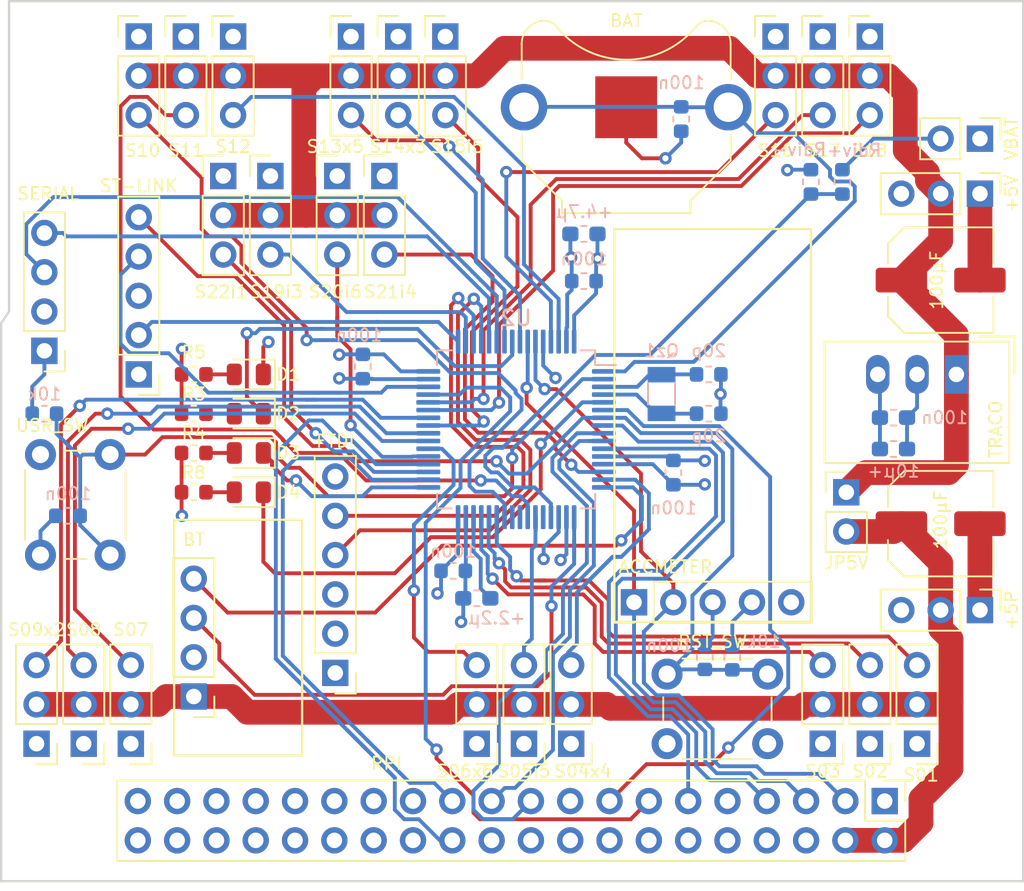
<source format=kicad_pcb>
(kicad_pcb (version 20171130) (host pcbnew "(5.1.4)-1")
  (layers (0 F.Cu jumper) (1 In1.Cu power hide) (2 In2.Cu power hide) (31 B.Cu signal) (34 B.Paste user hide) (35 F.Paste user hide) (36 B.SilkS user hide) (37 F.SilkS user) (38 B.Mask user hide) (39 F.Mask user hide) (44 Edge.Cuts user))
  (net 0 "")
  (net 1 GND)
  (net 2 +3V3)
  (net 3 RST)
  (net 4 VCAP_1)
  (net 5 LED1)
  (net 6 "Net-(D1-Pad2)")
  (net 7 "Net-(D2-Pad2)")
  (net 8 LED3)
  (net 9 "Net-(D3-Pad2)")
  (net 10 SWDIO)
  (net 11 SWCLK)
  (net 12 I2C_SCL)
  (net 13 I2C_SDA)
  (net 14 FTDI_TX)
  (net 15 FTDI_RX)
  (net 16 UART2_TX)
  (net 17 UART2_RX)
  (net 18 UART5_RX)
  (net 19 UART5_TX)
  (net 20 ADC_IN)
  (net 21 USR_BUTT)
  (net 22 +5V)
  (net 23 IO_OUT_1)
  (net 24 IO_OUT_2)
  (net 25 IO_IN_1)
  (net 26 IO_IN_2)
  (net 27 SPI2_MISO)
  (net 28 SPI2_MOSI)
  (net 29 SPI2_SCK)
  (net 30 "Net-(D4-Pad2)")
  (net 31 +5P)
  (net 32 Pile)
  (net 33 OSC_1)
  (net 34 OSC_2)
  (net 35 CE0)
  (net 36 LED2)
  (net 37 S15)
  (net 38 S14)
  (net 39 S10)
  (net 40 S06)
  (net 41 S09)
  (net 42 S03)
  (net 43 S01)
  (net 44 S07)
  (net 45 S18)
  (net 46 S08)
  (net 47 S21)
  (net 48 S17)
  (net 49 S05)
  (net 50 S04)
  (net 51 S16)
  (net 52 S19)
  (net 53 S13)
  (net 54 S20)
  (net 55 S12)
  (net 56 S22)
  (net 57 S11)
  (net 58 S02)
  (net 59 VBAT)
  (module lib_perso:Altimu (layer F.Cu) (at 139.7 137.668 90)
    (fp_text reference ACCMETER (at 2.286 2.032 180) (layer F.SilkS) (effects (font (size 0.8 0.8) (thickness 0.12))))
    (fp_text value ACCMETER)
    (pad "" np_thru_hole circle (at 16.51 8.89 90) (size 2.2 2.2) (drill 2.2) (layers *.Cu *.Mask))
    (pad "" np_thru_hole circle (at 21.59 1.27 90) (size 2.2 2.2) (drill 2.2) (layers *.Cu *.Mask))
    (pad 5 thru_hole oval (at 0 10.16 90) (size 1.7 1.7) (drill 1) (layers *.Cu *.Mask))
    (pad 4 thru_hole oval (at 0 7.62 90) (size 1.7 1.7) (drill 1) (layers *.Cu *.Mask) (net 2 +3V3))
    (pad 3 thru_hole oval (at 0 5.08 90) (size 1.7 1.7) (drill 1) (layers *.Cu *.Mask) (net 1 GND))
    (pad 2 thru_hole oval (at 0 2.54 90) (size 1.7 1.7) (drill 1) (layers *.Cu *.Mask) (net 13 I2C_SDA))
    (pad 1 thru_hole rect (at 0 0 90) (size 1.7 1.7) (drill 1) (layers *.Cu *.Mask) (net 12 I2C_SCL))
  )
  (module Capacitor_SMD:C_Elec_6.3x5.8 (layer F.Cu) (at 159.512 116.84)
    (fp_text reference 100µF (at -0.254 0 90) (layer F.SilkS) (effects (font (size 0.8 0.8) (thickness 0.12))))
    (fp_text value 100nF)
    (pad 2 smd roundrect (at 2.5375 0) (size 3.325 1.6) (layers F.Cu F.Paste F.Mask) (roundrect_rratio 0.15625) (net 1 GND))
    (pad 1 smd roundrect (at -2.5375 0) (size 3.325 1.6) (layers F.Cu F.Paste F.Mask) (roundrect_rratio 0.15625) (net 31 +5P))
  )
  (module Connector_PinHeader_2.54mm:PinHeader_1x03_P2.54mm_Vertical (layer F.Cu) (at 135.636 146.812 180)
    (fp_text reference S04x4 (at -0.762 -1.778 180) (layer F.SilkS) (effects (font (size 0.8 0.8) (thickness 0.12))))
    (fp_text value S04x4)
    (pad 3 thru_hole oval (at 0 5.08 180) (size 1.7 1.7) (drill 1) (layers *.Cu *.Mask) (net 50 S04))
    (pad 2 thru_hole oval (at 0 2.54 180) (size 1.7 1.7) (drill 1) (layers *.Cu *.Mask) (net 22 +5V))
    (pad 1 thru_hole rect (at 0 0 180) (size 1.7 1.7) (drill 1) (layers *.Cu *.Mask) (net 1 GND))
  )
  (module Connector_PinHeader_2.54mm:PinHeader_1x03_P2.54mm_Vertical (layer F.Cu) (at 154.94 146.812 180)
    (fp_text reference S02 (at 0 -1.778 180) (layer F.SilkS) (effects (font (size 0.8 0.8) (thickness 0.12))))
    (fp_text value S02)
    (pad 3 thru_hole oval (at 0 5.08 180) (size 1.7 1.7) (drill 1) (layers *.Cu *.Mask) (net 58 S02))
    (pad 2 thru_hole oval (at 0 2.54 180) (size 1.7 1.7) (drill 1) (layers *.Cu *.Mask) (net 22 +5V))
    (pad 1 thru_hole rect (at 0 0 180) (size 1.7 1.7) (drill 1) (layers *.Cu *.Mask) (net 1 GND))
  )
  (module Capacitor_SMD:C_Elec_6.3x5.8 (layer F.Cu) (at 159.512 132.588)
    (fp_text reference 100µF (at 0 -0.254 270) (layer F.SilkS) (effects (font (size 0.8 0.8) (thickness 0.12))))
    (fp_text value 100nF)
    (pad 2 smd roundrect (at 2.5375 0) (size 3.325 1.6) (layers F.Cu F.Paste F.Mask) (roundrect_rratio 0.15625) (net 1 GND))
    (pad 1 smd roundrect (at -2.5375 0) (size 3.325 1.6) (layers F.Cu F.Paste F.Mask) (roundrect_rratio 0.15625) (net 22 +5V))
  )
  (module Connector_PinHeader_2.54mm:PinHeader_1x03_P2.54mm_Vertical (layer F.Cu) (at 162.052 138.176 270)
    (fp_text reference +5P (at 0 -2.032 270) (layer F.SilkS) (effects (font (size 0.8 0.8) (thickness 0.12))))
    (fp_text value BEC_2)
    (pad 3 thru_hole oval (at 0 5.08 270) (size 1.7 1.7) (drill 1) (layers *.Cu *.Mask))
    (pad 2 thru_hole oval (at 0 2.54 270) (size 1.7 1.7) (drill 1) (layers *.Cu *.Mask) (net 22 +5V))
    (pad 1 thru_hole rect (at 0 0 270) (size 1.7 1.7) (drill 1) (layers *.Cu *.Mask) (net 1 GND))
  )
  (module Connector_PinHeader_2.54mm:PinHeader_1x02_P2.54mm_Vertical (layer F.Cu) (at 153.416 130.556)
    (fp_text reference JP5V (at 0 4.572) (layer F.SilkS) (effects (font (size 0.8 0.8) (thickness 0.12))))
    (fp_text value JP_BEC)
    (pad 2 thru_hole oval (at 0 2.54) (size 1.7 1.7) (drill 1) (layers *.Cu *.Mask) (net 22 +5V))
    (pad 1 thru_hole rect (at 0 0) (size 1.7 1.7) (drill 1) (layers *.Cu *.Mask) (net 31 +5P))
  )
  (module Connector_PinHeader_2.54mm:PinHeader_1x03_P2.54mm_Vertical (layer F.Cu) (at 162.052 111.252 270)
    (fp_text reference +5V (at 0 -2.032 270) (layer F.SilkS) (effects (font (size 0.8 0.8) (thickness 0.12))))
    (fp_text value BEC_1)
    (pad 3 thru_hole oval (at 0 5.08 270) (size 1.7 1.7) (drill 1) (layers *.Cu *.Mask))
    (pad 2 thru_hole oval (at 0 2.54 270) (size 1.7 1.7) (drill 1) (layers *.Cu *.Mask) (net 31 +5P))
    (pad 1 thru_hole rect (at 0 0 270) (size 1.7 1.7) (drill 1) (layers *.Cu *.Mask) (net 1 GND))
  )
  (module Battery:BatteryHolder_Keystone_3001_1x12mm (layer F.Cu) (at 139.192 105.664 180)
    (fp_text reference BAT (at 0 5.588 unlocked) (layer F.SilkS) (effects (font (size 0.8 0.8) (thickness 0.12))))
    (fp_text value Battery)
    (pad 2 smd rect (at 0 0 180) (size 4 4) (layers F.Cu F.Mask) (net 1 GND))
    (pad 1 thru_hole circle (at 6.6 0 180) (size 3 3) (drill 1.9) (layers *.Cu *.Mask) (net 32 Pile))
    (pad 1 thru_hole circle (at -6.6 0 180) (size 3 3) (drill 1.9) (layers *.Cu *.Mask) (net 32 Pile))
  )
  (module lib_perso:SH_BT_Board_v1.3 (layer F.Cu) (at 111.252 143.764 180)
    (fp_text reference BT (at 0 10.16) (layer F.SilkS) (effects (font (size 0.8 0.8) (thickness 0.12))))
    (fp_text value SER_BT)
    (pad 1 thru_hole rect (at 0 0 180) (size 1.7 1.7) (drill 1) (layers *.Cu *.Mask) (net 22 +5V))
    (pad 2 thru_hole oval (at 0 2.54 180) (size 1.7 1.7) (drill 1) (layers *.Cu *.Mask) (net 1 GND))
    (pad 3 thru_hole oval (at 0 5.08 180) (size 1.7 1.7) (drill 1) (layers *.Cu *.Mask) (net 17 UART2_RX))
    (pad 4 thru_hole oval (at 0 7.62 180) (size 1.7 1.7) (drill 1) (layers *.Cu *.Mask) (net 16 UART2_TX))
  )
  (module Capacitor_SMD:C_0603_1608Metric (layer B.Cu) (at 103.124 132.08 180)
    (fp_text reference 100n (at 0 1.43 180) (layer B.SilkS) (effects (font (size 0.8 0.8) (thickness 0.12)) (justify mirror)))
    (fp_text value 100nF)
    (pad 2 smd roundrect (at 0.7875 0 180) (size 0.875 0.95) (layers B.Cu B.Paste B.Mask) (net 1 GND))
    (pad 1 smd roundrect (at -0.7875 0 180) (size 0.875 0.95) (layers B.Cu B.Paste B.Mask) (net 21 USR_BUTT))
  )
  (module Capacitor_SMD:C_0603_1608Metric (layer B.Cu) (at 144.272 141.224 90)
    (fp_text reference 100n (at 0.762 -2.286 180) (layer B.SilkS) (effects (font (size 0.8 0.8) (thickness 0.12)) (justify mirror)))
    (fp_text value 100nF)
    (pad 2 smd roundrect (at 0.7875 0 90) (size 0.875 0.95) (layers B.Cu B.Paste B.Mask) (net 1 GND))
    (pad 1 smd roundrect (at -0.7875 0 90) (size 0.875 0.95) (layers B.Cu B.Paste B.Mask) (net 3 RST))
  )
  (module Capacitor_SMD:C_0603_1608Metric (layer B.Cu) (at 122.174 122.428 270)
    (fp_text reference 100n (at -2.032 0.254) (layer B.SilkS) (effects (font (size 0.8 0.8) (thickness 0.12)) (justify mirror)))
    (fp_text value 100nF)
    (pad 2 smd roundrect (at 0.7875 0 270) (size 0.875 0.95) (layers B.Cu B.Paste B.Mask) (net 1 GND))
    (pad 1 smd roundrect (at -0.7875 0 270) (size 0.875 0.95) (layers B.Cu B.Paste B.Mask) (net 2 +3V3))
  )
  (module Capacitor_SMD:C_0603_1608Metric_Pad1.05x0.95mm_HandSolder (layer B.Cu) (at 156.464 127.762)
    (fp_text reference 10µ+ (at 0 1.43) (layer B.SilkS) (effects (font (size 0.8 0.8) (thickness 0.12)) (justify mirror)))
    (fp_text value 10µF)
    (pad 2 smd roundrect (at 0.875 0) (size 1.05 0.95) (layers B.Cu B.Paste B.Mask) (net 1 GND))
    (pad 1 smd roundrect (at -0.875 0) (size 1.05 0.95) (layers B.Cu B.Paste B.Mask) (net 2 +3V3))
  )
  (module Capacitor_SMD:C_0603_1608Metric (layer B.Cu) (at 128.016 135.636)
    (fp_text reference 100n (at 0 -1.27) (layer B.SilkS) (effects (font (size 0.8 0.8) (thickness 0.12)) (justify mirror)))
    (fp_text value 100nF)
    (pad 2 smd roundrect (at 0.7875 0) (size 0.875 0.95) (layers B.Cu B.Paste B.Mask) (net 1 GND))
    (pad 1 smd roundrect (at -0.7875 0) (size 0.875 0.95) (layers B.Cu B.Paste B.Mask) (net 2 +3V3))
  )
  (module Capacitor_SMD:C_0603_1608Metric_Pad1.05x0.95mm_HandSolder (layer B.Cu) (at 156.464 125.73)
    (fp_text reference 100n (at 3.302 0) (layer B.SilkS) (effects (font (size 0.8 0.8) (thickness 0.12)) (justify mirror)))
    (fp_text value 100nF)
    (pad 2 smd roundrect (at 0.875 0) (size 1.05 0.95) (layers B.Cu B.Paste B.Mask) (net 1 GND))
    (pad 1 smd roundrect (at -0.875 0) (size 1.05 0.95) (layers B.Cu B.Paste B.Mask) (net 2 +3V3))
  )
  (module Capacitor_SMD:C_0603_1608Metric (layer B.Cu) (at 142.24 129.286 90)
    (fp_text reference 100n (at -2.286 0 180) (layer B.SilkS) (effects (font (size 0.8 0.8) (thickness 0.12)) (justify mirror)))
    (fp_text value 100nF)
    (pad 2 smd roundrect (at 0.7875 0 90) (size 0.875 0.95) (layers B.Cu B.Paste B.Mask) (net 1 GND))
    (pad 1 smd roundrect (at -0.7875 0 90) (size 0.875 0.95) (layers B.Cu B.Paste B.Mask) (net 2 +3V3))
  )
  (module Capacitor_SMD:C_0603_1608Metric_Pad1.05x0.95mm_HandSolder (layer B.Cu) (at 129.54 137.414 180)
    (fp_text reference +2.2µ (at -1.27 -1.27 180) (layer B.SilkS) (effects (font (size 0.8 0.8) (thickness 0.12)) (justify mirror)))
    (fp_text value 2.2µF)
    (pad 2 smd roundrect (at 0.875 0 180) (size 1.05 0.95) (layers B.Cu B.Paste B.Mask) (net 1 GND))
    (pad 1 smd roundrect (at -0.875 0 180) (size 1.05 0.95) (layers B.Cu B.Paste B.Mask) (net 4 VCAP_1))
  )
  (module Connector_PinHeader_2.54mm:PinHeader_1x03_P2.54mm_Vertical (layer F.Cu) (at 127.508 101.092)
    (fp_text reference S15i5 (at 0.762 7.112) (layer F.SilkS) (effects (font (size 0.8 0.8) (thickness 0.12))))
    (fp_text value S15i2)
    (pad 3 thru_hole oval (at 0 5.08) (size 1.7 1.7) (drill 1) (layers *.Cu *.Mask) (net 37 S15))
    (pad 2 thru_hole oval (at 0 2.54) (size 1.7 1.7) (drill 1) (layers *.Cu *.Mask) (net 31 +5P))
    (pad 1 thru_hole rect (at 0 0) (size 1.7 1.7) (drill 1) (layers *.Cu *.Mask) (net 1 GND))
  )
  (module Connector_PinHeader_2.54mm:PinHeader_1x03_P2.54mm_Vertical (layer F.Cu) (at 124.46 101.092)
    (fp_text reference S14x3 (at 0 7.112) (layer F.SilkS) (effects (font (size 0.8 0.8) (thickness 0.12))))
    (fp_text value S14x3)
    (pad 3 thru_hole oval (at 0 5.08) (size 1.7 1.7) (drill 1) (layers *.Cu *.Mask) (net 38 S14))
    (pad 2 thru_hole oval (at 0 2.54) (size 1.7 1.7) (drill 1) (layers *.Cu *.Mask) (net 31 +5P))
    (pad 1 thru_hole rect (at 0 0) (size 1.7 1.7) (drill 1) (layers *.Cu *.Mask) (net 1 GND))
  )
  (module Connector_PinHeader_2.54mm:PinHeader_1x03_P2.54mm_Vertical (layer F.Cu) (at 107.696 101.092)
    (fp_text reference S10 (at 0.254 7.366 unlocked) (layer F.SilkS) (effects (font (size 0.8 0.8) (thickness 0.12))))
    (fp_text value " ")
    (pad 3 thru_hole oval (at 0 5.08) (size 1.7 1.7) (drill 1) (layers *.Cu *.Mask) (net 39 S10))
    (pad 2 thru_hole oval (at 0 2.54) (size 1.7 1.7) (drill 1) (layers *.Cu *.Mask) (net 31 +5P))
    (pad 1 thru_hole rect (at 0 0) (size 1.7 1.7) (drill 1) (layers *.Cu *.Mask) (net 1 GND))
  )
  (module Connector_PinHeader_2.54mm:PinHeader_1x03_P2.54mm_Vertical (layer F.Cu) (at 129.54 146.812 180)
    (fp_text reference S06x6 (at 0.762 -1.778 180) (layer F.SilkS) (effects (font (size 0.8 0.8) (thickness 0.12))))
    (fp_text value S06x6)
    (pad 3 thru_hole oval (at 0 5.08 180) (size 1.7 1.7) (drill 1) (layers *.Cu *.Mask) (net 40 S06))
    (pad 2 thru_hole oval (at 0 2.54 180) (size 1.7 1.7) (drill 1) (layers *.Cu *.Mask) (net 22 +5V))
    (pad 1 thru_hole rect (at 0 0 180) (size 1.7 1.7) (drill 1) (layers *.Cu *.Mask) (net 1 GND))
  )
  (module Connector_PinHeader_2.54mm:PinHeader_1x03_P2.54mm_Vertical (layer F.Cu) (at 101.092 146.812 180)
    (fp_text reference S09x2 (at 0 7.366 180) (layer F.SilkS) (effects (font (size 0.8 0.8) (thickness 0.12))))
    (fp_text value " ")
    (pad 3 thru_hole oval (at 0 5.08 180) (size 1.7 1.7) (drill 1) (layers *.Cu *.Mask) (net 41 S09))
    (pad 2 thru_hole oval (at 0 2.54 180) (size 1.7 1.7) (drill 1) (layers *.Cu *.Mask) (net 22 +5V))
    (pad 1 thru_hole rect (at 0 0 180) (size 1.7 1.7) (drill 1) (layers *.Cu *.Mask) (net 1 GND))
  )
  (module Connector_PinHeader_2.54mm:PinHeader_1x03_P2.54mm_Vertical (layer F.Cu) (at 151.892 146.812 180)
    (fp_text reference S03 (at 0 -1.778 180) (layer F.SilkS) (effects (font (size 0.8 0.8) (thickness 0.12))))
    (fp_text value S03)
    (pad 3 thru_hole oval (at 0 5.08 180) (size 1.7 1.7) (drill 1) (layers *.Cu *.Mask) (net 42 S03))
    (pad 2 thru_hole oval (at 0 2.54 180) (size 1.7 1.7) (drill 1) (layers *.Cu *.Mask) (net 22 +5V))
    (pad 1 thru_hole rect (at 0 0 180) (size 1.7 1.7) (drill 1) (layers *.Cu *.Mask) (net 1 GND))
  )
  (module Connector_PinHeader_2.54mm:PinHeader_1x03_P2.54mm_Vertical (layer F.Cu) (at 157.988 146.812 180)
    (fp_text reference S01 (at -0.254 -2.032 180) (layer F.SilkS) (effects (font (size 0.8 0.8) (thickness 0.12))))
    (fp_text value S01)
    (pad 3 thru_hole oval (at 0 5.08 180) (size 1.7 1.7) (drill 1) (layers *.Cu *.Mask) (net 43 S01))
    (pad 2 thru_hole oval (at 0 2.54 180) (size 1.7 1.7) (drill 1) (layers *.Cu *.Mask) (net 22 +5V))
    (pad 1 thru_hole rect (at 0 0 180) (size 1.7 1.7) (drill 1) (layers *.Cu *.Mask) (net 1 GND))
  )
  (module Connector_PinHeader_2.54mm:PinHeader_1x03_P2.54mm_Vertical (layer F.Cu) (at 107.188 146.812 180)
    (fp_text reference S07 (at 0 7.366 180) (layer F.SilkS) (effects (font (size 0.8 0.8) (thickness 0.12))))
    (fp_text value " ")
    (pad 3 thru_hole oval (at 0 5.08 180) (size 1.7 1.7) (drill 1) (layers *.Cu *.Mask) (net 44 S07))
    (pad 2 thru_hole oval (at 0 2.54 180) (size 1.7 1.7) (drill 1) (layers *.Cu *.Mask) (net 22 +5V))
    (pad 1 thru_hole rect (at 0 0 180) (size 1.7 1.7) (drill 1) (layers *.Cu *.Mask) (net 1 GND))
  )
  (module Connector_PinHeader_2.54mm:PinHeader_1x03_P2.54mm_Vertical (layer F.Cu) (at 154.94 101.092)
    (fp_text reference S18 (at 0 7.366) (layer F.SilkS) (effects (font (size 0.8 0.8) (thickness 0.12))))
    (fp_text value S18)
    (pad 3 thru_hole oval (at 0 5.08) (size 1.7 1.7) (drill 1) (layers *.Cu *.Mask) (net 45 S18))
    (pad 2 thru_hole oval (at 0 2.54) (size 1.7 1.7) (drill 1) (layers *.Cu *.Mask) (net 31 +5P))
    (pad 1 thru_hole rect (at 0 0) (size 1.7 1.7) (drill 1) (layers *.Cu *.Mask) (net 1 GND))
  )
  (module Connector_PinHeader_2.54mm:PinHeader_1x03_P2.54mm_Vertical (layer F.Cu) (at 104.14 146.812 180)
    (fp_text reference S08 (at 0 7.366 180) (layer F.SilkS) (effects (font (size 0.8 0.8) (thickness 0.12))))
    (fp_text value " ")
    (pad 3 thru_hole oval (at 0 5.08 180) (size 1.7 1.7) (drill 1) (layers *.Cu *.Mask) (net 46 S08))
    (pad 2 thru_hole oval (at 0 2.54 180) (size 1.7 1.7) (drill 1) (layers *.Cu *.Mask) (net 22 +5V))
    (pad 1 thru_hole rect (at 0 0 180) (size 1.7 1.7) (drill 1) (layers *.Cu *.Mask) (net 1 GND))
  )
  (module Connector_PinHeader_2.54mm:PinHeader_1x03_P2.54mm_Vertical (layer F.Cu) (at 123.571 110.109)
    (fp_text reference S21i4 (at 0.381 7.493) (layer F.SilkS) (effects (font (size 0.8 0.8) (thickness 0.12))))
    (fp_text value S21i4)
    (pad 3 thru_hole oval (at 0 5.08) (size 1.7 1.7) (drill 1) (layers *.Cu *.Mask) (net 47 S21))
    (pad 2 thru_hole oval (at 0 2.54) (size 1.7 1.7) (drill 1) (layers *.Cu *.Mask) (net 31 +5P))
    (pad 1 thru_hole rect (at 0 0) (size 1.7 1.7) (drill 1) (layers *.Cu *.Mask) (net 1 GND))
  )
  (module Connector_PinHeader_2.54mm:PinHeader_1x03_P2.54mm_Vertical (layer F.Cu) (at 113.157 110.109)
    (fp_text reference S22i1 (at -0.127 7.493) (layer F.SilkS) (effects (font (size 0.8 0.8) (thickness 0.12))))
    (fp_text value S22i1)
    (pad 3 thru_hole oval (at 0 5.08) (size 1.7 1.7) (drill 1) (layers *.Cu *.Mask) (net 56 S22))
    (pad 2 thru_hole oval (at 0 2.54) (size 1.7 1.7) (drill 1) (layers *.Cu *.Mask) (net 31 +5P))
    (pad 1 thru_hole rect (at 0 0) (size 1.7 1.7) (drill 1) (layers *.Cu *.Mask) (net 1 GND))
  )
  (module Connector_PinHeader_2.54mm:PinHeader_1x03_P2.54mm_Vertical (layer F.Cu) (at 151.892 101.092)
    (fp_text reference S17 (at 0 7.366) (layer F.SilkS) (effects (font (size 0.8 0.8) (thickness 0.12))))
    (fp_text value S17)
    (pad 3 thru_hole oval (at 0 5.08) (size 1.7 1.7) (drill 1) (layers *.Cu *.Mask) (net 48 S17))
    (pad 2 thru_hole oval (at 0 2.54) (size 1.7 1.7) (drill 1) (layers *.Cu *.Mask) (net 31 +5P))
    (pad 1 thru_hole rect (at 0 0) (size 1.7 1.7) (drill 1) (layers *.Cu *.Mask) (net 1 GND))
  )
  (module Connector_PinHeader_2.54mm:PinHeader_1x03_P2.54mm_Vertical (layer F.Cu) (at 132.588 146.812 180)
    (fp_text reference S05i5 (at 0 -1.778 180) (layer F.SilkS) (effects (font (size 0.8 0.8) (thickness 0.12))))
    (fp_text value S05i5)
    (pad 3 thru_hole oval (at 0 5.08 180) (size 1.7 1.7) (drill 1) (layers *.Cu *.Mask) (net 49 S05))
    (pad 2 thru_hole oval (at 0 2.54 180) (size 1.7 1.7) (drill 1) (layers *.Cu *.Mask) (net 22 +5V))
    (pad 1 thru_hole rect (at 0 0 180) (size 1.7 1.7) (drill 1) (layers *.Cu *.Mask) (net 1 GND))
  )
  (module Connector_PinHeader_2.54mm:PinHeader_1x03_P2.54mm_Vertical (layer F.Cu) (at 110.744 101.092)
    (fp_text reference S11 (at 0 7.366 unlocked) (layer F.SilkS) (effects (font (size 0.8 0.8) (thickness 0.12))))
    (fp_text value " ")
    (pad 3 thru_hole oval (at 0 5.08) (size 1.7 1.7) (drill 1) (layers *.Cu *.Mask) (net 57 S11))
    (pad 2 thru_hole oval (at 0 2.54) (size 1.7 1.7) (drill 1) (layers *.Cu *.Mask) (net 31 +5P))
    (pad 1 thru_hole rect (at 0 0) (size 1.7 1.7) (drill 1) (layers *.Cu *.Mask) (net 1 GND))
  )
  (module Connector_PinHeader_2.54mm:PinHeader_1x03_P2.54mm_Vertical (layer F.Cu) (at 148.844 101.092)
    (fp_text reference S16 (at 0 7.366) (layer F.SilkS) (effects (font (size 0.8 0.8) (thickness 0.12))))
    (fp_text value S16)
    (pad 3 thru_hole oval (at 0 5.08) (size 1.7 1.7) (drill 1) (layers *.Cu *.Mask) (net 51 S16))
    (pad 2 thru_hole oval (at 0 2.54) (size 1.7 1.7) (drill 1) (layers *.Cu *.Mask) (net 31 +5P))
    (pad 1 thru_hole rect (at 0 0) (size 1.7 1.7) (drill 1) (layers *.Cu *.Mask) (net 1 GND))
  )
  (module Connector_PinHeader_2.54mm:PinHeader_1x03_P2.54mm_Vertical (layer F.Cu) (at 116.205 110.109)
    (fp_text reference S19i3 (at 0.381 7.493 unlocked) (layer F.SilkS) (effects (font (size 0.8 0.8) (thickness 0.12))))
    (fp_text value S19i3)
    (pad 3 thru_hole oval (at 0 5.08) (size 1.7 1.7) (drill 1) (layers *.Cu *.Mask) (net 52 S19))
    (pad 2 thru_hole oval (at 0 2.54) (size 1.7 1.7) (drill 1) (layers *.Cu *.Mask) (net 31 +5P))
    (pad 1 thru_hole rect (at 0 0) (size 1.7 1.7) (drill 1) (layers *.Cu *.Mask) (net 1 GND))
  )
  (module Connector_PinHeader_2.54mm:PinHeader_1x03_P2.54mm_Vertical (layer F.Cu) (at 121.412 101.092)
    (fp_text reference S13x5 (at -1.016 7.112) (layer F.SilkS) (effects (font (size 0.8 0.8) (thickness 0.12))))
    (fp_text value S13x5)
    (pad 3 thru_hole oval (at 0 5.08) (size 1.7 1.7) (drill 1) (layers *.Cu *.Mask) (net 53 S13))
    (pad 2 thru_hole oval (at 0 2.54) (size 1.7 1.7) (drill 1) (layers *.Cu *.Mask) (net 31 +5P))
    (pad 1 thru_hole rect (at 0 0) (size 1.7 1.7) (drill 1) (layers *.Cu *.Mask) (net 1 GND))
  )
  (module Connector_PinHeader_2.54mm:PinHeader_1x03_P2.54mm_Vertical (layer F.Cu) (at 120.523 110.109)
    (fp_text reference S20i6 (at -0.127 7.493) (layer F.SilkS) (effects (font (size 0.8 0.8) (thickness 0.12))))
    (fp_text value S20i6)
    (pad 3 thru_hole oval (at 0 5.08) (size 1.7 1.7) (drill 1) (layers *.Cu *.Mask) (net 54 S20))
    (pad 2 thru_hole oval (at 0 2.54) (size 1.7 1.7) (drill 1) (layers *.Cu *.Mask) (net 31 +5P))
    (pad 1 thru_hole rect (at 0 0) (size 1.7 1.7) (drill 1) (layers *.Cu *.Mask) (net 1 GND))
  )
  (module Connector_PinHeader_2.54mm:PinHeader_1x03_P2.54mm_Vertical (layer F.Cu) (at 113.792 101.092)
    (fp_text reference S12 (at 0 7.112 unlocked) (layer F.SilkS) (effects (font (size 0.8 0.8) (thickness 0.12))))
    (fp_text value S12)
    (pad 3 thru_hole oval (at 0 5.08) (size 1.7 1.7) (drill 1) (layers *.Cu *.Mask) (net 55 S12))
    (pad 2 thru_hole oval (at 0 2.54) (size 1.7 1.7) (drill 1) (layers *.Cu *.Mask) (net 31 +5P))
    (pad 1 thru_hole rect (at 0 0) (size 1.7 1.7) (drill 1) (layers *.Cu *.Mask) (net 1 GND))
  )
  (module Connector_PinHeader_2.54mm:PinHeader_1x05_P2.54mm_Vertical (layer F.Cu) (at 107.696 122.936 180)
    (fp_text reference ST-LINK (at 0 12.192 unlocked) (layer F.SilkS) (effects (font (size 0.8 0.8) (thickness 0.12))))
    (fp_text value " ")
    (pad 5 thru_hole oval (at 0 10.16 180) (size 1.7 1.7) (drill 1) (layers *.Cu *.Mask) (net 3 RST))
    (pad 4 thru_hole oval (at 0 7.62 180) (size 1.7 1.7) (drill 1) (layers *.Cu *.Mask) (net 10 SWDIO))
    (pad 3 thru_hole oval (at 0 5.08 180) (size 1.7 1.7) (drill 1) (layers *.Cu *.Mask) (net 1 GND))
    (pad 2 thru_hole oval (at 0 2.54 180) (size 1.7 1.7) (drill 1) (layers *.Cu *.Mask) (net 11 SWCLK))
    (pad 1 thru_hole rect (at 0 0 180) (size 1.7 1.7) (drill 1) (layers *.Cu *.Mask) (net 2 +3V3))
  )
  (module Connector_PinHeader_2.54mm:PinHeader_1x06_P2.54mm_Vertical (layer F.Cu) (at 120.396 142.24 180)
    (fp_text reference FTDI (at 0 14.986 unlocked) (layer F.SilkS) (effects (font (size 0.8 0.8) (thickness 0.12))))
    (fp_text value FTDI)
    (pad 6 thru_hole oval (at 0 12.7 180) (size 1.7 1.7) (drill 1) (layers *.Cu *.Mask))
    (pad 5 thru_hole oval (at 0 10.16 180) (size 1.7 1.7) (drill 1) (layers *.Cu *.Mask) (net 14 FTDI_TX))
    (pad 4 thru_hole oval (at 0 7.62 180) (size 1.7 1.7) (drill 1) (layers *.Cu *.Mask) (net 15 FTDI_RX))
    (pad 3 thru_hole oval (at 0 5.08 180) (size 1.7 1.7) (drill 1) (layers *.Cu *.Mask))
    (pad 2 thru_hole oval (at 0 2.54 180) (size 1.7 1.7) (drill 1) (layers *.Cu *.Mask))
    (pad 1 thru_hole rect (at 0 0 180) (size 1.7 1.7) (drill 1) (layers *.Cu *.Mask) (net 1 GND))
  )
  (module Resistor_SMD:R_0603_1608Metric (layer B.Cu) (at 101.6 125.476)
    (fp_text reference 10k (at 0 -1.27) (layer B.SilkS) (effects (font (size 0.8 0.8) (thickness 0.12)) (justify mirror)))
    (fp_text value 10K)
    (pad 2 smd roundrect (at 0.7875 0) (size 0.875 0.95) (layers B.Cu B.Paste B.Mask) (net 21 USR_BUTT))
    (pad 1 smd roundrect (at -0.7875 0) (size 0.875 0.95) (layers B.Cu B.Paste B.Mask) (net 2 +3V3))
  )
  (module Resistor_SMD:R_0603_1608Metric (layer B.Cu) (at 146.05 141.2495 270)
    (fp_text reference 10k (at -1.0415 -2.032) (layer B.SilkS) (effects (font (size 0.8 0.8) (thickness 0.12)) (justify mirror)))
    (fp_text value 10K)
    (pad 2 smd roundrect (at 0.7875 0 270) (size 0.875 0.95) (layers B.Cu B.Paste B.Mask) (net 3 RST))
    (pad 1 smd roundrect (at -0.7875 0 270) (size 0.875 0.95) (layers B.Cu B.Paste B.Mask) (net 2 +3V3))
  )
  (module Resistor_SMD:R_0603_1608Metric (layer F.Cu) (at 111.252 125.476)
    (fp_text reference R3 (at 0 -1.27) (layer F.SilkS) (effects (font (size 0.8 0.8) (thickness 0.12))))
    (fp_text value 60)
    (pad 2 smd roundrect (at 0.7875 0) (size 0.875 0.95) (layers F.Cu F.Paste F.Mask) (net 6 "Net-(D1-Pad2)"))
    (pad 1 smd roundrect (at -0.7875 0) (size 0.875 0.95) (layers F.Cu F.Paste F.Mask) (net 2 +3V3))
  )
  (module Resistor_SMD:R_0603_1608Metric (layer F.Cu) (at 111.252 128.016)
    (fp_text reference R4 (at 0 -1.27) (layer F.SilkS) (effects (font (size 0.8 0.8) (thickness 0.12))))
    (fp_text value 60)
    (pad 2 smd roundrect (at 0.7875 0) (size 0.875 0.95) (layers F.Cu F.Paste F.Mask) (net 7 "Net-(D2-Pad2)"))
    (pad 1 smd roundrect (at -0.7875 0) (size 0.875 0.95) (layers F.Cu F.Paste F.Mask) (net 2 +3V3))
  )
  (module Resistor_SMD:R_0603_1608Metric (layer F.Cu) (at 111.252 122.936)
    (fp_text reference R5 (at 0 -1.43) (layer F.SilkS) (effects (font (size 0.8 0.8) (thickness 0.12))))
    (fp_text value 60)
    (pad 2 smd roundrect (at 0.7875 0) (size 0.875 0.95) (layers F.Cu F.Paste F.Mask) (net 30 "Net-(D4-Pad2)"))
    (pad 1 smd roundrect (at -0.7875 0) (size 0.875 0.95) (layers F.Cu F.Paste F.Mask) (net 2 +3V3))
  )
  (module Converter_DCDC:Converter_DCDC_TRACO_TSR-1_THT (layer F.Cu) (at 160.528 122.936 180)
    (fp_text reference TRACO (at -2.54 -3.556 270) (layer F.SilkS) (effects (font (size 0.8 0.8) (thickness 0.12))))
    (fp_text value TSR_1-2433)
    (pad 3 thru_hole oval (at 5.08 0 180) (size 1.5 2.5) (drill 1) (layers *.Cu *.Mask) (net 2 +3V3))
    (pad 2 thru_hole oval (at 2.54 0 180) (size 1.5 2.5) (drill 1) (layers *.Cu *.Mask) (net 1 GND))
    (pad 1 thru_hole rect (at 0 0 180) (size 1.5 2.5) (drill 1) (layers *.Cu *.Mask) (net 31 +5P))
  )
  (module Package_QFP:LQFP-64_10x10mm_P0.5mm (layer B.Cu) (at 132.08 126.492 180)
    (fp_text reference U2 (at 0 7.2 180) (layer B.SilkS) (effects (justify mirror)))
    (fp_text value STM32F446RETx)
    (pad 64 smd roundrect (at -3.75 5.675 180) (size 0.3 1.55) (layers B.Cu B.Paste B.Mask) (net 2 +3V3))
    (pad 63 smd roundrect (at -3.25 5.675 180) (size 0.3 1.55) (layers B.Cu B.Paste B.Mask) (net 1 GND))
    (pad 62 smd roundrect (at -2.75 5.675 180) (size 0.3 1.55) (layers B.Cu B.Paste B.Mask) (net 55 S12))
    (pad 61 smd roundrect (at -2.25 5.675 180) (size 0.3 1.55) (layers B.Cu B.Paste B.Mask) (net 51 S16))
    (pad 60 smd roundrect (at -1.75 5.675 180) (size 0.3 1.55) (layers B.Cu B.Paste B.Mask) (net 1 GND))
    (pad 59 smd roundrect (at -1.25 5.675 180) (size 0.3 1.55) (layers B.Cu B.Paste B.Mask) (net 13 I2C_SDA))
    (pad 58 smd roundrect (at -0.75 5.675 180) (size 0.3 1.55) (layers B.Cu B.Paste B.Mask) (net 12 I2C_SCL))
    (pad 57 smd roundrect (at -0.25 5.675 180) (size 0.3 1.55) (layers B.Cu B.Paste B.Mask) (net 53 S13))
    (pad 56 smd roundrect (at 0.25 5.675 180) (size 0.3 1.55) (layers B.Cu B.Paste B.Mask) (net 5 LED1))
    (pad 55 smd roundrect (at 0.75 5.675 180) (size 0.3 1.55) (layers B.Cu B.Paste B.Mask) (net 38 S14))
    (pad 54 smd roundrect (at 1.25 5.675 180) (size 0.3 1.55) (layers B.Cu B.Paste B.Mask) (net 18 UART5_RX))
    (pad 53 smd roundrect (at 1.75 5.675 180) (size 0.3 1.55) (layers B.Cu B.Paste B.Mask) (net 19 UART5_TX))
    (pad 52 smd roundrect (at 2.25 5.675 180) (size 0.3 1.55) (layers B.Cu B.Paste B.Mask) (net 15 FTDI_RX))
    (pad 51 smd roundrect (at 2.75 5.675 180) (size 0.3 1.55) (layers B.Cu B.Paste B.Mask) (net 14 FTDI_TX))
    (pad 50 smd roundrect (at 3.25 5.675 180) (size 0.3 1.55) (layers B.Cu B.Paste B.Mask) (net 52 S19))
    (pad 49 smd roundrect (at 3.75 5.675 180) (size 0.3 1.55) (layers B.Cu B.Paste B.Mask) (net 11 SWCLK))
    (pad 48 smd roundrect (at 5.675 3.75 180) (size 1.55 0.3) (layers B.Cu B.Paste B.Mask) (net 2 +3V3))
    (pad 47 smd roundrect (at 5.675 3.25 180) (size 1.55 0.3) (layers B.Cu B.Paste B.Mask) (net 1 GND))
    (pad 46 smd roundrect (at 5.675 2.75 180) (size 1.55 0.3) (layers B.Cu B.Paste B.Mask) (net 10 SWDIO))
    (pad 45 smd roundrect (at 5.675 2.25 180) (size 1.55 0.3) (layers B.Cu B.Paste B.Mask) (net 25 IO_IN_1))
    (pad 44 smd roundrect (at 5.675 1.75 180) (size 1.55 0.3) (layers B.Cu B.Paste B.Mask) (net 48 S17))
    (pad 43 smd roundrect (at 5.675 1.25 180) (size 1.55 0.3) (layers B.Cu B.Paste B.Mask) (net 45 S18))
    (pad 42 smd roundrect (at 5.675 0.75 180) (size 1.55 0.3) (layers B.Cu B.Paste B.Mask) (net 41 S09))
    (pad 41 smd roundrect (at 5.675 0.25 180) (size 1.55 0.3) (layers B.Cu B.Paste B.Mask) (net 37 S15))
    (pad 40 smd roundrect (at 5.675 -0.25 180) (size 1.55 0.3) (layers B.Cu B.Paste B.Mask) (net 46 S08))
    (pad 39 smd roundrect (at 5.675 -0.75 180) (size 1.55 0.3) (layers B.Cu B.Paste B.Mask) (net 44 S07))
    (pad 38 smd roundrect (at 5.675 -1.25 180) (size 1.55 0.3) (layers B.Cu B.Paste B.Mask) (net 40 S06))
    (pad 37 smd roundrect (at 5.675 -1.75 180) (size 1.55 0.3) (layers B.Cu B.Paste B.Mask) (net 54 S20))
    (pad 36 smd roundrect (at 5.675 -2.25 180) (size 1.55 0.3) (layers B.Cu B.Paste B.Mask) (net 35 CE0))
    (pad 35 smd roundrect (at 5.675 -2.75 180) (size 1.55 0.3) (layers B.Cu B.Paste B.Mask) (net 56 S22))
    (pad 34 smd roundrect (at 5.675 -3.25 180) (size 1.55 0.3) (layers B.Cu B.Paste B.Mask) (net 29 SPI2_SCK))
    (pad 33 smd roundrect (at 5.675 -3.75 180) (size 1.55 0.3) (layers B.Cu B.Paste B.Mask) (net 36 LED2))
    (pad 32 smd roundrect (at 3.75 -5.675 180) (size 0.3 1.55) (layers B.Cu B.Paste B.Mask) (net 2 +3V3))
    (pad 31 smd roundrect (at 3.25 -5.675 180) (size 0.3 1.55) (layers B.Cu B.Paste B.Mask) (net 1 GND))
    (pad 30 smd roundrect (at 2.75 -5.675 180) (size 0.3 1.55) (layers B.Cu B.Paste B.Mask) (net 4 VCAP_1))
    (pad 29 smd roundrect (at 2.25 -5.675 180) (size 0.3 1.55) (layers B.Cu B.Paste B.Mask) (net 42 S03))
    (pad 28 smd roundrect (at 1.75 -5.675 180) (size 0.3 1.55) (layers B.Cu B.Paste B.Mask) (net 58 S02))
    (pad 27 smd roundrect (at 1.25 -5.675 180) (size 0.3 1.55) (layers B.Cu B.Paste B.Mask) (net 43 S01))
    (pad 26 smd roundrect (at 0.75 -5.675 180) (size 0.3 1.55) (layers B.Cu B.Paste B.Mask) (net 39 S10))
    (pad 25 smd roundrect (at 0.25 -5.675 180) (size 0.3 1.55) (layers B.Cu B.Paste B.Mask))
    (pad 24 smd roundrect (at -0.25 -5.675 180) (size 0.3 1.55) (layers B.Cu B.Paste B.Mask))
    (pad 23 smd roundrect (at -0.75 -5.675 180) (size 0.3 1.55) (layers B.Cu B.Paste B.Mask) (net 57 S11))
    (pad 22 smd roundrect (at -1.25 -5.675 180) (size 0.3 1.55) (layers B.Cu B.Paste B.Mask) (net 49 S05))
    (pad 21 smd roundrect (at -1.75 -5.675 180) (size 0.3 1.55) (layers B.Cu B.Paste B.Mask))
    (pad 20 smd roundrect (at -2.25 -5.675 180) (size 0.3 1.55) (layers B.Cu B.Paste B.Mask) (net 20 ADC_IN))
    (pad 19 smd roundrect (at -2.75 -5.675 180) (size 0.3 1.55) (layers B.Cu B.Paste B.Mask) (net 2 +3V3))
    (pad 18 smd roundrect (at -3.25 -5.675 180) (size 0.3 1.55) (layers B.Cu B.Paste B.Mask) (net 1 GND))
    (pad 17 smd roundrect (at -3.75 -5.675 180) (size 0.3 1.55) (layers B.Cu B.Paste B.Mask) (net 17 UART2_RX))
    (pad 16 smd roundrect (at -5.675 -3.75 180) (size 1.55 0.3) (layers B.Cu B.Paste B.Mask) (net 16 UART2_TX))
    (pad 15 smd roundrect (at -5.675 -3.25 180) (size 1.55 0.3) (layers B.Cu B.Paste B.Mask) (net 50 S04))
    (pad 14 smd roundrect (at -5.675 -2.75 180) (size 1.55 0.3) (layers B.Cu B.Paste B.Mask) (net 47 S21))
    (pad 13 smd roundrect (at -5.675 -2.25 180) (size 1.55 0.3) (layers B.Cu B.Paste B.Mask) (net 2 +3V3))
    (pad 12 smd roundrect (at -5.675 -1.75 180) (size 1.55 0.3) (layers B.Cu B.Paste B.Mask) (net 1 GND))
    (pad 11 smd roundrect (at -5.675 -1.25 180) (size 1.55 0.3) (layers B.Cu B.Paste B.Mask) (net 24 IO_OUT_2))
    (pad 10 smd roundrect (at -5.675 -0.75 180) (size 1.55 0.3) (layers B.Cu B.Paste B.Mask) (net 27 SPI2_MISO))
    (pad 9 smd roundrect (at -5.675 -0.25 180) (size 1.55 0.3) (layers B.Cu B.Paste B.Mask) (net 28 SPI2_MOSI))
    (pad 8 smd roundrect (at -5.675 0.25 180) (size 1.55 0.3) (layers B.Cu B.Paste B.Mask) (net 23 IO_OUT_1))
    (pad 7 smd roundrect (at -5.675 0.75 180) (size 1.55 0.3) (layers B.Cu B.Paste B.Mask) (net 3 RST))
    (pad 6 smd roundrect (at -5.675 1.25 180) (size 1.55 0.3) (layers B.Cu B.Paste B.Mask) (net 26 IO_IN_2))
    (pad 5 smd roundrect (at -5.675 1.75 180) (size 1.55 0.3) (layers B.Cu B.Paste B.Mask) (net 8 LED3))
    (pad 4 smd roundrect (at -5.675 2.25 180) (size 1.55 0.3) (layers B.Cu B.Paste B.Mask) (net 34 OSC_2))
    (pad 3 smd roundrect (at -5.675 2.75 180) (size 1.55 0.3) (layers B.Cu B.Paste B.Mask) (net 33 OSC_1))
    (pad 2 smd roundrect (at -5.675 3.25 180) (size 1.55 0.3) (layers B.Cu B.Paste B.Mask) (net 21 USR_BUTT))
    (pad 1 smd roundrect (at -5.675 3.75 180) (size 1.55 0.3) (layers B.Cu B.Paste B.Mask) (net 32 Pile))
  )
  (module Capacitor_SMD:C_0603_1608Metric (layer B.Cu) (at 136.4615 116.9035 180)
    (fp_text reference 100n (at 0 1.43 180) (layer B.SilkS) (effects (font (size 0.8 0.8) (thickness 0.12)) (justify mirror)))
    (fp_text value 100nF)
    (pad 2 smd roundrect (at 0.7875 0 180) (size 0.875 0.95) (layers B.Cu B.Paste B.Mask) (net 1 GND))
    (pad 1 smd roundrect (at -0.7875 0 180) (size 0.875 0.95) (layers B.Cu B.Paste B.Mask) (net 2 +3V3))
  )
  (module Connector_PinHeader_2.54mm:PinHeader_1x04_P2.54mm_Vertical (layer F.Cu) (at 101.6 121.412 180)
    (fp_text reference SERIAL (at -0.254 10.16 unlocked) (layer F.SilkS) (effects (font (size 0.8 0.8) (thickness 0.12))))
    (fp_text value " ")
    (pad 4 thru_hole oval (at 0 7.62 180) (size 1.7 1.7) (drill 1) (layers *.Cu *.Mask) (net 19 UART5_TX))
    (pad 3 thru_hole oval (at 0 5.08 180) (size 1.7 1.7) (drill 1) (layers *.Cu *.Mask) (net 18 UART5_RX))
    (pad 2 thru_hole oval (at 0 2.54 180) (size 1.7 1.7) (drill 1) (layers *.Cu *.Mask) (net 1 GND))
    (pad 1 thru_hole rect (at 0 0 180) (size 1.7 1.7) (drill 1) (layers *.Cu *.Mask) (net 2 +3V3))
  )
  (module Connector_PinHeader_2.54mm:PinHeader_2x20_P2.54mm_Vertical (layer F.Cu) (at 155.89699 150.522349 270)
    (fp_text reference RPI (at -2.440349 32.19899) (layer F.SilkS) (effects (font (size 0.8 0.8) (thickness 0.12))))
    (fp_text value " ")
    (pad 40 thru_hole oval (at 2.54 48.26 270) (size 1.7 1.7) (drill 1) (layers *.Cu *.Mask))
    (pad 39 thru_hole oval (at 0 48.26 270) (size 1.7 1.7) (drill 1) (layers *.Cu *.Mask) (net 1 GND))
    (pad 38 thru_hole oval (at 2.54 45.72 270) (size 1.7 1.7) (drill 1) (layers *.Cu *.Mask))
    (pad 37 thru_hole oval (at 0 45.72 270) (size 1.7 1.7) (drill 1) (layers *.Cu *.Mask))
    (pad 36 thru_hole oval (at 2.54 43.18 270) (size 1.7 1.7) (drill 1) (layers *.Cu *.Mask))
    (pad 35 thru_hole oval (at 0 43.18 270) (size 1.7 1.7) (drill 1) (layers *.Cu *.Mask))
    (pad 34 thru_hole oval (at 2.54 40.64 270) (size 1.7 1.7) (drill 1) (layers *.Cu *.Mask) (net 1 GND))
    (pad 33 thru_hole oval (at 0 40.64 270) (size 1.7 1.7) (drill 1) (layers *.Cu *.Mask))
    (pad 32 thru_hole oval (at 2.54 38.1 270) (size 1.7 1.7) (drill 1) (layers *.Cu *.Mask))
    (pad 31 thru_hole oval (at 0 38.1 270) (size 1.7 1.7) (drill 1) (layers *.Cu *.Mask))
    (pad 30 thru_hole oval (at 2.54 35.56 270) (size 1.7 1.7) (drill 1) (layers *.Cu *.Mask) (net 1 GND))
    (pad 29 thru_hole oval (at 0 35.56 270) (size 1.7 1.7) (drill 1) (layers *.Cu *.Mask))
    (pad 28 thru_hole oval (at 2.54 33.02 270) (size 1.7 1.7) (drill 1) (layers *.Cu *.Mask))
    (pad 27 thru_hole oval (at 0 33.02 270) (size 1.7 1.7) (drill 1) (layers *.Cu *.Mask))
    (pad 26 thru_hole oval (at 2.54 30.48 270) (size 1.7 1.7) (drill 1) (layers *.Cu *.Mask))
    (pad 25 thru_hole oval (at 0 30.48 270) (size 1.7 1.7) (drill 1) (layers *.Cu *.Mask) (net 1 GND))
    (pad 24 thru_hole oval (at 2.54 27.94 270) (size 1.7 1.7) (drill 1) (layers *.Cu *.Mask) (net 35 CE0))
    (pad 23 thru_hole oval (at 0 27.94 270) (size 1.7 1.7) (drill 1) (layers *.Cu *.Mask) (net 29 SPI2_SCK))
    (pad 22 thru_hole oval (at 2.54 25.4 270) (size 1.7 1.7) (drill 1) (layers *.Cu *.Mask))
    (pad 21 thru_hole oval (at 0 25.4 270) (size 1.7 1.7) (drill 1) (layers *.Cu *.Mask) (net 27 SPI2_MISO))
    (pad 20 thru_hole oval (at 2.54 22.86 270) (size 1.7 1.7) (drill 1) (layers *.Cu *.Mask) (net 1 GND))
    (pad 19 thru_hole oval (at 0 22.86 270) (size 1.7 1.7) (drill 1) (layers *.Cu *.Mask) (net 28 SPI2_MOSI))
    (pad 18 thru_hole oval (at 2.54 20.32 270) (size 1.7 1.7) (drill 1) (layers *.Cu *.Mask))
    (pad 17 thru_hole oval (at 0 20.32 270) (size 1.7 1.7) (drill 1) (layers *.Cu *.Mask))
    (pad 16 thru_hole oval (at 2.54 17.78 270) (size 1.7 1.7) (drill 1) (layers *.Cu *.Mask))
    (pad 15 thru_hole oval (at 0 17.78 270) (size 1.7 1.7) (drill 1) (layers *.Cu *.Mask) (net 26 IO_IN_2))
    (pad 14 thru_hole oval (at 2.54 15.24 270) (size 1.7 1.7) (drill 1) (layers *.Cu *.Mask) (net 1 GND))
    (pad 13 thru_hole oval (at 0 15.24 270) (size 1.7 1.7) (drill 1) (layers *.Cu *.Mask) (net 25 IO_IN_1))
    (pad 12 thru_hole oval (at 2.54 12.7 270) (size 1.7 1.7) (drill 1) (layers *.Cu *.Mask))
    (pad 11 thru_hole oval (at 0 12.7 270) (size 1.7 1.7) (drill 1) (layers *.Cu *.Mask) (net 24 IO_OUT_2))
    (pad 10 thru_hole oval (at 2.54 10.16 270) (size 1.7 1.7) (drill 1) (layers *.Cu *.Mask) (net 19 UART5_TX))
    (pad 9 thru_hole oval (at 0 10.16 270) (size 1.7 1.7) (drill 1) (layers *.Cu *.Mask) (net 1 GND))
    (pad 8 thru_hole oval (at 2.54 7.62 270) (size 1.7 1.7) (drill 1) (layers *.Cu *.Mask) (net 18 UART5_RX))
    (pad 7 thru_hole oval (at 0 7.62 270) (size 1.7 1.7) (drill 1) (layers *.Cu *.Mask) (net 23 IO_OUT_1))
    (pad 6 thru_hole oval (at 2.54 5.08 270) (size 1.7 1.7) (drill 1) (layers *.Cu *.Mask) (net 1 GND))
    (pad 5 thru_hole oval (at 0 5.08 270) (size 1.7 1.7) (drill 1) (layers *.Cu *.Mask) (net 12 I2C_SCL))
    (pad 4 thru_hole oval (at 2.54 2.54 270) (size 1.7 1.7) (drill 1) (layers *.Cu *.Mask) (net 22 +5V))
    (pad 3 thru_hole oval (at 0 2.54 270) (size 1.7 1.7) (drill 1) (layers *.Cu *.Mask) (net 13 I2C_SDA))
    (pad 2 thru_hole oval (at 2.54 0 270) (size 1.7 1.7) (drill 1) (layers *.Cu *.Mask) (net 22 +5V))
    (pad 1 thru_hole rect (at 0 0 270) (size 1.7 1.7) (drill 1) (layers *.Cu *.Mask))
  )
  (module Resistor_SMD:R_0603_1608Metric (layer B.Cu) (at 153.162 110.49 270)
    (fp_text reference Rdiv+ (at -2.032 -0.762) (layer B.SilkS) (effects (font (size 0.8 0.8) (thickness 0.12)) (justify mirror)))
    (fp_text value 47K)
    (pad 2 smd roundrect (at 0.7875 0 270) (size 0.875 0.95) (layers B.Cu B.Paste B.Mask) (net 20 ADC_IN))
    (pad 1 smd roundrect (at -0.7875 0 270) (size 0.875 0.95) (layers B.Cu B.Paste B.Mask) (net 59 VBAT))
  )
  (module Resistor_SMD:R_0603_1608Metric (layer B.Cu) (at 151.13 110.49 90)
    (fp_text reference Rdiv- (at 2.0955 -0.762 180) (layer B.SilkS) (effects (font (size 0.8 0.8) (thickness 0.12)) (justify mirror)))
    (fp_text value 22K)
    (pad 2 smd roundrect (at 0.7875 0 90) (size 0.875 0.95) (layers B.Cu B.Paste B.Mask) (net 1 GND))
    (pad 1 smd roundrect (at -0.7875 0 90) (size 0.875 0.95) (layers B.Cu B.Paste B.Mask) (net 20 ADC_IN))
  )
  (module Resistor_SMD:R_0603_1608Metric (layer F.Cu) (at 111.252 130.556)
    (fp_text reference R8 (at 0 -1.27) (layer F.SilkS) (effects (font (size 0.8 0.8) (thickness 0.12))))
    (fp_text value 60)
    (pad 2 smd roundrect (at 0.7875 0) (size 0.875 0.95) (layers F.Cu F.Paste F.Mask) (net 9 "Net-(D3-Pad2)"))
    (pad 1 smd roundrect (at -0.7875 0) (size 0.875 0.95) (layers F.Cu F.Paste F.Mask) (net 2 +3V3))
  )
  (module MountingHole:MountingHole_2.7mm_M2.5 (layer F.Cu) (at 160.76699 151.792349 180)
    (fp_text reference " " (at 0 -3.7 180) (layer F.SilkS))
    (fp_text value " ")
    (pad 1 np_thru_hole circle (at 0 0 180) (size 2.7 2.7) (drill 2.7) (layers *.Cu *.Mask))
  )
  (module MountingHole:MountingHole_2.7mm_M2.5 (layer F.Cu) (at 102.76699 151.792349 180)
    (fp_text reference " " (at 0 -3.7 180) (layer F.SilkS))
    (fp_text value " ")
    (pad 1 np_thru_hole circle (at 0 0 180) (size 2.7 2.7) (drill 2.7) (layers *.Cu *.Mask))
  )
  (module MountingHole:MountingHole_2.7mm_M2.5 (layer F.Cu) (at 160.76699 102.792349 180)
    (fp_text reference " " (at 0 -3.7 180) (layer F.SilkS))
    (fp_text value MH3)
    (pad 1 np_thru_hole circle (at 0 0 180) (size 2.7 2.7) (drill 2.7) (layers *.Cu *.Mask))
  )
  (module MountingHole:MountingHole_2.7mm_M2.5 (layer F.Cu) (at 102.76699 102.792349 180)
    (fp_text reference " " hide)
    (fp_text value MH4)
    (pad 1 np_thru_hole circle (at 0 0 180) (size 2.7 2.7) (drill 2.7) (layers *.Cu *.Mask))
  )
  (module Capacitor_SMD:C_0603_1608Metric_Pad1.05x0.95mm_HandSolder (layer B.Cu) (at 136.4615 113.8555 180)
    (fp_text reference +4.7µ (at 0 1.43 180) (layer B.SilkS) (effects (font (size 0.8 0.8) (thickness 0.12)) (justify mirror)))
    (fp_text value 4.7µF)
    (pad 2 smd roundrect (at 0.875 0 180) (size 1.05 0.95) (layers B.Cu B.Paste B.Mask) (net 1 GND))
    (pad 1 smd roundrect (at -0.875 0 180) (size 1.05 0.95) (layers B.Cu B.Paste B.Mask) (net 2 +3V3))
  )
  (module Capacitor_SMD:C_0603_1608Metric (layer B.Cu) (at 142.748 106.426 270)
    (fp_text reference 100n (at -2.3495 0) (layer B.SilkS) (effects (font (size 0.8 0.8) (thickness 0.12)) (justify mirror)))
    (fp_text value 100nF)
    (pad 2 smd roundrect (at 0.7875 0 270) (size 0.875 0.95) (layers B.Cu B.Paste B.Mask) (net 1 GND))
    (pad 1 smd roundrect (at -0.7875 0 270) (size 0.875 0.95) (layers B.Cu B.Paste B.Mask) (net 32 Pile))
  )
  (module Capacitor_SMD:C_0603_1608Metric (layer B.Cu) (at 144.526 122.936)
    (fp_text reference 20p (at 0 -1.524) (layer B.SilkS) (effects (font (size 0.8 0.8) (thickness 0.12)) (justify mirror)))
    (fp_text value 20pF)
    (pad 2 smd roundrect (at 0.7875 0) (size 0.875 0.95) (layers B.Cu B.Paste B.Mask) (net 1 GND))
    (pad 1 smd roundrect (at -0.7875 0) (size 0.875 0.95) (layers B.Cu B.Paste B.Mask) (net 33 OSC_1))
  )
  (module Capacitor_SMD:C_0603_1608Metric (layer B.Cu) (at 144.526 125.476)
    (fp_text reference 20p (at 0 1.43) (layer B.SilkS) (effects (font (size 0.8 0.8) (thickness 0.12)) (justify mirror)))
    (fp_text value 20pF)
    (pad 2 smd roundrect (at 0.7875 0) (size 0.875 0.95) (layers B.Cu B.Paste B.Mask) (net 1 GND))
    (pad 1 smd roundrect (at -0.7875 0) (size 0.875 0.95) (layers B.Cu B.Paste B.Mask) (net 34 OSC_2))
  )
  (module LED_SMD:LED_0805_2012Metric (layer F.Cu) (at 114.808 125.476 180)
    (fp_text reference D2 (at -2.54 0 unlocked) (layer F.SilkS) (effects (font (size 0.8 0.8) (thickness 0.12))))
    (fp_text value LED)
    (pad 2 smd roundrect (at 0.9375 0 180) (size 0.975 1.4) (layers F.Cu F.Paste F.Mask) (net 6 "Net-(D1-Pad2)"))
    (pad 1 smd roundrect (at -0.9375 0 180) (size 0.975 1.4) (layers F.Cu F.Paste F.Mask) (net 5 LED1))
  )
  (module LED_SMD:LED_0805_2012Metric (layer F.Cu) (at 114.808 128.016 180)
    (fp_text reference D3 (at -2.54 0 unlocked) (layer F.SilkS) (effects (font (size 0.8 0.8) (thickness 0.12))))
    (fp_text value LED)
    (pad 2 smd roundrect (at 0.9375 0 180) (size 0.975 1.4) (layers F.Cu F.Paste F.Mask) (net 7 "Net-(D2-Pad2)"))
    (pad 1 smd roundrect (at -0.9375 0 180) (size 0.975 1.4) (layers F.Cu F.Paste F.Mask) (net 36 LED2))
  )
  (module LED_SMD:LED_0805_2012Metric (layer F.Cu) (at 114.808 122.936 180)
    (fp_text reference D1 (at -2.54 0 unlocked) (layer F.SilkS) (effects (font (size 0.8 0.8) (thickness 0.12))))
    (fp_text value LED)
    (pad 2 smd roundrect (at 0.9375 0 180) (size 0.975 1.4) (layers F.Cu F.Paste F.Mask) (net 30 "Net-(D4-Pad2)"))
    (pad 1 smd roundrect (at -0.9375 0 180) (size 0.975 1.4) (layers F.Cu F.Paste F.Mask) (net 1 GND))
  )
  (module LED_SMD:LED_0805_2012Metric (layer F.Cu) (at 114.808 130.556 180)
    (fp_text reference D4 (at -2.54 0 unlocked) (layer F.SilkS) (effects (font (size 0.8 0.8) (thickness 0.12))))
    (fp_text value LED)
    (pad 2 smd roundrect (at 0.9375 0 180) (size 0.975 1.4) (layers F.Cu F.Paste F.Mask) (net 9 "Net-(D3-Pad2)"))
    (pad 1 smd roundrect (at -0.9375 0 180) (size 0.975 1.4) (layers F.Cu F.Paste F.Mask) (net 8 LED3))
  )
  (module Crystal:Crystal_SMD_3215-2Pin_3.2x1.5mm (layer B.Cu) (at 141.478 124.206 90)
    (fp_text reference Qz1 (at 2.794 0 180) (layer B.SilkS) (effects (font (size 0.8 0.8) (thickness 0.12)) (justify mirror)))
    (fp_text value 32kHz)
    (pad 2 smd rect (at -1.25 0 90) (size 1 1.8) (layers B.Cu B.Paste B.Mask) (net 34 OSC_2))
    (pad 1 smd rect (at 1.25 0 90) (size 1 1.8) (layers B.Cu B.Paste B.Mask) (net 33 OSC_1))
  )
  (module Connector_PinHeader_2.54mm:PinHeader_1x02_P2.54mm_Vertical (layer F.Cu) (at 162.052 107.696 270)
    (fp_text reference VBAT (at 0 -2.032 270) (layer F.SilkS) (effects (font (size 0.8 0.8) (thickness 0.12))))
    (fp_text value BATT)
    (pad 2 thru_hole oval (at 0 2.54 270) (size 1.7 1.7) (drill 1) (layers *.Cu *.Mask) (net 59 VBAT))
    (pad 1 thru_hole rect (at 0 0 270) (size 1.7 1.7) (drill 1) (layers *.Cu *.Mask) (net 1 GND))
  )
  (module Button_Switch_THT:SW_PUSH_6mm_H4.3mm (layer F.Cu) (at 101.346 134.62 90)
    (fp_text reference USR_SW (at 8.382 0.762) (layer F.SilkS) (effects (font (size 0.8 0.8) (thickness 0.12))))
    (fp_text value " ")
    (pad 1 thru_hole circle (at 6.5 0 180) (size 2 2) (drill 1.1) (layers *.Cu *.Mask) (net 1 GND))
    (pad 2 thru_hole circle (at 6.5 4.5 180) (size 2 2) (drill 1.1) (layers *.Cu *.Mask) (net 21 USR_BUTT))
    (pad 1 thru_hole circle (at 0 0 180) (size 2 2) (drill 1.1) (layers *.Cu *.Mask) (net 1 GND))
    (pad 2 thru_hole circle (at 0 4.5 180) (size 2 2) (drill 1.1) (layers *.Cu *.Mask) (net 21 USR_BUTT))
  )
  (module Button_Switch_THT:SW_PUSH_6mm_H4.3mm (layer F.Cu) (at 148.336 146.812 180)
    (fp_text reference RST_SW (at 3.556 6.604 180) (layer F.SilkS) (effects (font (size 0.8 0.8) (thickness 0.12))))
    (fp_text value SW_RST)
    (pad 1 thru_hole circle (at 6.5 0 270) (size 2 2) (drill 1.1) (layers *.Cu *.Mask) (net 1 GND))
    (pad 2 thru_hole circle (at 6.5 4.5 270) (size 2 2) (drill 1.1) (layers *.Cu *.Mask) (net 3 RST))
    (pad 1 thru_hole circle (at 0 0 270) (size 2 2) (drill 1.1) (layers *.Cu *.Mask) (net 1 GND))
    (pad 2 thru_hole circle (at 0 4.5 270) (size 2 2) (drill 1.1) (layers *.Cu *.Mask) (net 3 RST))
  )
  (gr_line (start 99.314 118.872) (end 99.314 98.806) (layer Edge.Cuts) (width 0.15))
  (gr_line (start 98.806 119.634) (end 99.314 118.872) (layer Edge.Cuts) (width 0.15))
  (gr_line (start 98.806 155.702) (end 98.806 119.634) (layer Edge.Cuts) (width 0.15))
  (gr_line (start 164.846 155.702) (end 98.806 155.702) (layer Edge.Cuts) (width 0.15))
  (gr_line (start 164.846 98.806) (end 164.846 155.702) (layer Edge.Cuts) (width 0.15))
  (gr_line (start 99.314 98.806) (end 164.846 98.806) (layer Edge.Cuts) (width 0.15))
  (segment (start 162.0495 138.1735) (end 162.052 138.176) (width 1.6) (layer F.Cu) (net 1))
  (segment (start 162.0495 132.588) (end 162.0495 138.1735) (width 1.6) (layer F.Cu) (net 1))
  (segment (start 162.052 116.8375) (end 162.0495 116.84) (width 1.6) (layer F.Cu) (net 1))
  (segment (start 162.052 111.252) (end 162.052 116.8375) (width 1.6) (layer F.Cu) (net 1))
  (segment (start 126.405 123.242) (end 125.932 123.242) (width 0.25) (layer B.Cu) (net 1))
  (segment (start 125.932 123.242) (end 125.90701 123.26699) (width 0.25) (layer B.Cu) (net 1))
  (via (at 145.288 124.206) (size 0.8) (drill 0.4) (layers F.Cu B.Cu) (net 1))
  (segment (start 145.3135 122.936) (end 145.3135 122.9615) (width 0.25) (layer B.Cu) (net 1))
  (segment (start 145.3135 125.476) (end 145.3135 125.4505) (width 0.25) (layer B.Cu) (net 1))
  (segment (start 137.7575 128.2445) (end 137.755 128.242) (width 0.25) (layer B.Cu) (net 1))
  (segment (start 157.988 125.081) (end 157.339 125.73) (width 0.25) (layer B.Cu) (net 1))
  (segment (start 157.988 122.936) (end 157.988 125.081) (width 0.25) (layer B.Cu) (net 1))
  (segment (start 157.339 125.73) (end 157.339 127.762) (width 0.25) (layer B.Cu) (net 1))
  (segment (start 144.78 139.9285) (end 144.78 137.668) (width 0.25) (layer B.Cu) (net 1))
  (segment (start 144.272 140.4365) (end 144.78 139.9285) (width 0.25) (layer B.Cu) (net 1))
  (segment (start 128.8035 137.2755) (end 128.665 137.414) (width 0.25) (layer B.Cu) (net 1))
  (segment (start 128.8035 135.636) (end 128.8035 137.2755) (width 0.25) (layer B.Cu) (net 1))
  (segment (start 128.83 135.6095) (end 128.8035 135.636) (width 0.25) (layer B.Cu) (net 1))
  (segment (start 128.83 132.167) (end 128.83 135.6095) (width 0.25) (layer B.Cu) (net 1))
  (segment (start 145.3135 124.1805) (end 145.288 124.206) (width 0.25) (layer B.Cu) (net 1))
  (segment (start 145.3135 122.936) (end 145.3135 124.1805) (width 0.25) (layer B.Cu) (net 1))
  (segment (start 145.288 125.4505) (end 145.3135 125.476) (width 0.25) (layer B.Cu) (net 1))
  (segment (start 145.288 124.206) (end 145.288 125.4505) (width 0.25) (layer B.Cu) (net 1))
  (segment (start 133.83 121.186) (end 133.80501 121.21099) (width 0.25) (layer B.Cu) (net 1))
  (segment (start 149.6315 109.7025) (end 149.606 109.728) (width 0.25) (layer B.Cu) (net 1))
  (segment (start 151.13 109.7025) (end 149.6315 109.7025) (width 0.25) (layer B.Cu) (net 1))
  (via (at 149.606 109.728) (size 0.8) (drill 0.4) (layers F.Cu B.Cu) (net 1))
  (segment (start 101.346 133.0705) (end 102.3365 132.08) (width 0.25) (layer B.Cu) (net 1))
  (segment (start 101.346 134.62) (end 101.346 133.0705) (width 0.25) (layer B.Cu) (net 1))
  (via (at 128.524 138.938) (size 0.8) (drill 0.4) (layers F.Cu B.Cu) (net 1))
  (segment (start 128.665 137.414) (end 128.665 138.797) (width 0.25) (layer B.Cu) (net 1))
  (segment (start 128.665 138.797) (end 128.524 138.938) (width 0.25) (layer B.Cu) (net 1))
  (segment (start 122.7755 123.242) (end 126.405 123.242) (width 0.25) (layer B.Cu) (net 1))
  (segment (start 122.749 123.2155) (end 122.7755 123.242) (width 0.25) (layer B.Cu) (net 1))
  (segment (start 122.174 123.2155) (end 122.749 123.2155) (width 0.25) (layer B.Cu) (net 1))
  (via (at 120.65 123.19) (size 0.8) (drill 0.4) (layers F.Cu B.Cu) (net 1))
  (segment (start 122.174 123.2155) (end 120.6755 123.2155) (width 0.25) (layer B.Cu) (net 1))
  (segment (start 120.6755 123.2155) (end 120.65 123.19) (width 0.25) (layer B.Cu) (net 1))
  (segment (start 115.7455 122.936) (end 115.7455 121.8415) (width 0.25) (layer F.Cu) (net 1))
  (segment (start 142.24 128.4985) (end 144.2465 128.4985) (width 0.25) (layer B.Cu) (net 1))
  (segment (start 144.2465 128.4985) (end 144.272 128.524) (width 0.25) (layer B.Cu) (net 1))
  (via (at 144.272 128.524) (size 0.8) (drill 0.4) (layers F.Cu B.Cu) (net 1))
  (segment (start 135.33 132.167) (end 135.33 134.560937) (width 0.25) (layer B.Cu) (net 1))
  (segment (start 135.33 134.560937) (end 134.954949 134.935988) (width 0.25) (layer B.Cu) (net 1))
  (via (at 134.954949 134.935988) (size 0.8) (drill 0.4) (layers F.Cu B.Cu) (net 1))
  (segment (start 141.9835 128.242) (end 142.24 128.4985) (width 0.25) (layer B.Cu) (net 1))
  (segment (start 137.755 128.242) (end 141.9835 128.242) (width 0.25) (layer B.Cu) (net 1))
  (via (at 141.732 108.966) (size 0.8) (drill 0.4) (layers F.Cu B.Cu) (net 1))
  (segment (start 142.748 107.2135) (end 142.748 107.95) (width 0.25) (layer B.Cu) (net 1))
  (segment (start 142.748 107.95) (end 141.732 108.966) (width 0.25) (layer B.Cu) (net 1))
  (segment (start 141.732 108.966) (end 140.208 108.966) (width 0.25) (layer F.Cu) (net 1))
  (segment (start 139.192 107.95) (end 139.192 105.664) (width 0.25) (layer F.Cu) (net 1))
  (segment (start 140.208 108.966) (end 139.192 107.95) (width 0.25) (layer F.Cu) (net 1))
  (segment (start 135.83 116.9255) (end 135.979 116.7765) (width 0.25) (layer B.Cu) (net 1))
  (segment (start 135.674 117.4785) (end 135.674 116.9035) (width 0.25) (layer B.Cu) (net 1))
  (segment (start 135.37999 117.77251) (end 135.674 117.4785) (width 0.25) (layer B.Cu) (net 1))
  (segment (start 135.37999 119.89001) (end 135.37999 117.77251) (width 0.25) (layer B.Cu) (net 1))
  (segment (start 135.33 119.94) (end 135.37999 119.89001) (width 0.25) (layer B.Cu) (net 1))
  (segment (start 135.33 120.817) (end 135.33 119.94) (width 0.25) (layer B.Cu) (net 1))
  (via (at 135.636 115.3795) (size 0.8) (drill 0.4) (layers F.Cu B.Cu) (net 1))
  (segment (start 135.674 116.9035) (end 135.674 115.4175) (width 0.25) (layer B.Cu) (net 1))
  (segment (start 135.674 115.4175) (end 135.636 115.3795) (width 0.25) (layer B.Cu) (net 1))
  (segment (start 135.5865 115.33) (end 135.636 115.3795) (width 0.25) (layer B.Cu) (net 1))
  (segment (start 135.5865 113.8555) (end 135.5865 115.33) (width 0.25) (layer B.Cu) (net 1))
  (via (at 116.078 120.8405) (size 0.8) (drill 0.4) (layers F.Cu B.Cu) (net 1))
  (segment (start 115.7455 122.936) (end 115.7455 121.173) (width 0.25) (layer F.Cu) (net 1))
  (segment (start 115.7455 121.173) (end 116.078 120.8405) (width 0.25) (layer F.Cu) (net 1))
  (via (at 134.627388 123.1635) (size 0.8) (drill 0.4) (layers F.Cu B.Cu) (net 1))
  (segment (start 133.83 120.817) (end 133.83 122.366112) (width 0.25) (layer B.Cu) (net 1))
  (segment (start 133.83 122.366112) (end 134.627388 123.1635) (width 0.25) (layer B.Cu) (net 1))
  (segment (start 100.8125 125.476) (end 100.8125 123.7235) (width 0.25) (layer B.Cu) (net 2))
  (segment (start 101.6 122.936) (end 101.6 121.412) (width 0.25) (layer B.Cu) (net 2))
  (segment (start 100.8125 123.7235) (end 101.6 122.936) (width 0.25) (layer B.Cu) (net 2))
  (segment (start 155.589 125.73) (end 155.589 127.762) (width 0.25) (layer B.Cu) (net 2))
  (segment (start 155.589 123.077) (end 155.448 122.936) (width 0.25) (layer B.Cu) (net 2))
  (segment (start 155.589 125.73) (end 155.589 123.077) (width 0.25) (layer B.Cu) (net 2))
  (segment (start 146.05 138.938) (end 147.32 137.668) (width 0.25) (layer B.Cu) (net 2))
  (segment (start 146.05 140.462) (end 146.05 138.938) (width 0.25) (layer B.Cu) (net 2))
  (segment (start 128.33 134.5345) (end 127.2285 135.636) (width 0.25) (layer B.Cu) (net 2))
  (segment (start 128.33 132.167) (end 128.33 134.5345) (width 0.25) (layer B.Cu) (net 2))
  (segment (start 110.4645 122.936) (end 110.4645 125.476) (width 0.25) (layer F.Cu) (net 2))
  (segment (start 110.4645 128.016) (end 110.4645 130.556) (width 0.25) (layer F.Cu) (net 2))
  (via (at 110.49 121.285) (size 0.8) (drill 0.4) (layers F.Cu B.Cu) (net 2))
  (segment (start 110.4645 122.936) (end 110.4645 121.3105) (width 0.25) (layer F.Cu) (net 2))
  (segment (start 110.4645 121.3105) (end 110.49 121.285) (width 0.25) (layer F.Cu) (net 2))
  (via (at 110.49 132.08) (size 0.8) (drill 0.4) (layers F.Cu B.Cu) (net 2))
  (segment (start 110.4645 130.556) (end 110.4645 132.0545) (width 0.25) (layer F.Cu) (net 2))
  (segment (start 110.4645 132.0545) (end 110.49 132.08) (width 0.25) (layer F.Cu) (net 2))
  (via (at 120.65 121.666) (size 0.8) (drill 0.4) (layers F.Cu B.Cu) (net 2))
  (segment (start 122.174 121.6405) (end 120.6755 121.6405) (width 0.25) (layer B.Cu) (net 2))
  (segment (start 120.6755 121.6405) (end 120.65 121.666) (width 0.25) (layer B.Cu) (net 2))
  (via (at 133.858 134.874) (size 0.8) (drill 0.4) (layers F.Cu B.Cu) (net 2))
  (segment (start 140.68 128.742) (end 137.755 128.742) (width 0.25) (layer B.Cu) (net 2))
  (segment (start 140.9085 128.742) (end 142.24 130.0735) (width 0.25) (layer B.Cu) (net 2))
  (segment (start 137.755 128.742) (end 140.9085 128.742) (width 0.25) (layer B.Cu) (net 2))
  (via (at 144.272 130.048) (size 0.8) (drill 0.4) (layers F.Cu B.Cu) (net 2))
  (segment (start 142.24 130.0735) (end 144.2465 130.0735) (width 0.25) (layer B.Cu) (net 2))
  (segment (start 144.2465 130.0735) (end 144.272 130.048) (width 0.25) (layer B.Cu) (net 2))
  (segment (start 134.83 132.167) (end 134.83 133.14) (width 0.25) (layer B.Cu) (net 2))
  (segment (start 134.83 133.14) (end 133.858 134.112) (width 0.25) (layer B.Cu) (net 2))
  (segment (start 133.858 134.112) (end 133.858 134.874) (width 0.25) (layer B.Cu) (net 2))
  (segment (start 126.405 122.742) (end 124.63699 122.742) (width 0.25) (layer B.Cu) (net 2))
  (segment (start 123.53549 121.6405) (end 122.174 121.6405) (width 0.25) (layer B.Cu) (net 2))
  (segment (start 124.63699 122.742) (end 123.53549 121.6405) (width 0.25) (layer B.Cu) (net 2))
  (segment (start 137.249 117.7035) (end 137.249 116.9035) (width 0.25) (layer B.Cu) (net 2))
  (segment (start 135.83 120.817) (end 135.83 119.1225) (width 0.25) (layer B.Cu) (net 2))
  (segment (start 135.83 119.1225) (end 137.249 117.7035) (width 0.25) (layer B.Cu) (net 2))
  (via (at 137.3505 115.443) (size 0.8) (drill 0.4) (layers F.Cu B.Cu) (net 2))
  (segment (start 137.3365 113.8555) (end 137.3365 115.429) (width 0.25) (layer B.Cu) (net 2))
  (segment (start 137.3365 115.429) (end 137.3505 115.443) (width 0.25) (layer B.Cu) (net 2))
  (segment (start 137.249 115.5445) (end 137.3505 115.443) (width 0.25) (layer B.Cu) (net 2))
  (segment (start 137.249 116.9035) (end 137.249 115.5445) (width 0.25) (layer B.Cu) (net 2))
  (via (at 127 137.0965) (size 0.8) (drill 0.4) (layers F.Cu B.Cu) (net 2))
  (segment (start 127.2285 135.636) (end 127.2285 136.868) (width 0.25) (layer B.Cu) (net 2))
  (segment (start 127.2285 136.868) (end 127 137.0965) (width 0.25) (layer B.Cu) (net 2))
  (segment (start 148.061 142.037) (end 148.336 142.312) (width 0.25) (layer B.Cu) (net 3))
  (segment (start 146.05 142.037) (end 148.061 142.037) (width 0.25) (layer B.Cu) (net 3))
  (segment (start 144.2975 142.037) (end 144.272 142.0115) (width 0.25) (layer B.Cu) (net 3))
  (segment (start 146.05 142.037) (end 144.2975 142.037) (width 0.25) (layer B.Cu) (net 3))
  (segment (start 142.1365 142.0115) (end 141.836 142.312) (width 0.25) (layer B.Cu) (net 3))
  (segment (start 144.272 142.0115) (end 142.1365 142.0115) (width 0.25) (layer B.Cu) (net 3))
  (segment (start 140.131599 126.731012) (end 145.019012 126.731012) (width 0.25) (layer B.Cu) (net 3))
  (segment (start 137.755 125.742) (end 139.142587 125.742) (width 0.25) (layer B.Cu) (net 3))
  (segment (start 139.142587 125.742) (end 140.131599 126.731012) (width 0.25) (layer B.Cu) (net 3))
  (segment (start 145.019012 126.731012) (end 146.05 127.762) (width 0.25) (layer B.Cu) (net 3))
  (segment (start 143.47199 140.67601) (end 141.836 142.312) (width 0.25) (layer B.Cu) (net 3))
  (segment (start 143.47199 137.237008) (end 143.47199 140.67601) (width 0.25) (layer B.Cu) (net 3))
  (segment (start 146.05 134.658998) (end 143.47199 137.237008) (width 0.25) (layer B.Cu) (net 3))
  (segment (start 146.05 127.762) (end 146.05 134.658998) (width 0.25) (layer B.Cu) (net 3))
  (via (at 130.813037 128.550859) (size 0.8) (drill 0.4) (layers F.Cu B.Cu) (net 3))
  (segment (start 130.813037 128.550859) (end 121.782272 128.550859) (width 0.25) (layer F.Cu) (net 3))
  (segment (start 120.797402 127.565989) (end 118.929989 127.565989) (width 0.25) (layer F.Cu) (net 3))
  (segment (start 118.929989 127.565989) (end 117.094 125.73) (width 0.25) (layer F.Cu) (net 3))
  (segment (start 113.91759 116.586) (end 111.506 116.586) (width 0.25) (layer F.Cu) (net 3))
  (segment (start 117.094 125.73) (end 117.094 119.76241) (width 0.25) (layer F.Cu) (net 3))
  (segment (start 111.506 116.586) (end 107.696 112.776) (width 0.25) (layer F.Cu) (net 3))
  (segment (start 121.782272 128.550859) (end 120.797402 127.565989) (width 0.25) (layer F.Cu) (net 3))
  (segment (start 117.094 119.76241) (end 113.91759 116.586) (width 0.25) (layer F.Cu) (net 3))
  (segment (start 136.386 125.742) (end 137.755 125.742) (width 0.25) (layer B.Cu) (net 3))
  (segment (start 132.7785 129.3495) (end 136.386 125.742) (width 0.25) (layer B.Cu) (net 3))
  (segment (start 131.611678 129.3495) (end 132.7785 129.3495) (width 0.25) (layer B.Cu) (net 3))
  (segment (start 130.813037 128.550859) (end 131.611678 129.3495) (width 0.25) (layer B.Cu) (net 3))
  (segment (start 130.415 137.414) (end 129.794 136.793) (width 0.25) (layer B.Cu) (net 4))
  (segment (start 129.794 136.793) (end 129.794 134.874) (width 0.25) (layer B.Cu) (net 4))
  (segment (start 129.33 134.41) (end 129.33 132.167) (width 0.25) (layer B.Cu) (net 4))
  (segment (start 129.794 134.874) (end 129.33 134.41) (width 0.25) (layer B.Cu) (net 4))
  (segment (start 115.9995 125.73) (end 115.7455 125.476) (width 0.25) (layer F.Cu) (net 5))
  (segment (start 115.7455 125.476) (end 114.693333 124.423833) (width 0.25) (layer F.Cu) (net 5))
  (segment (start 131.83 121.692) (end 131.83 120.817) (width 0.25) (layer B.Cu) (net 5))
  (segment (start 125.712431 119.996021) (end 128.113549 122.397138) (width 0.25) (layer B.Cu) (net 5))
  (segment (start 128.113549 122.397138) (end 131.124862 122.397138) (width 0.25) (layer B.Cu) (net 5))
  (segment (start 131.124862 122.397138) (end 131.83 121.692) (width 0.25) (layer B.Cu) (net 5))
  (via (at 114.681 120.271001) (size 0.8) (drill 0.4) (layers F.Cu B.Cu) (net 5))
  (segment (start 114.590999 120.361002) (end 114.681 120.271001) (width 0.25) (layer F.Cu) (net 5))
  (segment (start 115.521665 119.996021) (end 119.589479 119.996021) (width 0.25) (layer B.Cu) (net 5))
  (segment (start 115.246685 120.271001) (end 115.521665 119.996021) (width 0.25) (layer B.Cu) (net 5))
  (segment (start 114.681 120.271001) (end 115.246685 120.271001) (width 0.25) (layer B.Cu) (net 5))
  (segment (start 118.196126 119.996021) (end 119.589479 119.996021) (width 0.25) (layer B.Cu) (net 5))
  (segment (start 119.589479 119.996021) (end 125.712431 119.996021) (width 0.25) (layer B.Cu) (net 5))
  (segment (start 114.681 120.836686) (end 114.681 120.271001) (width 0.25) (layer F.Cu) (net 5))
  (segment (start 114.68301 120.838696) (end 114.681 120.836686) (width 0.25) (layer F.Cu) (net 5))
  (segment (start 114.68301 124.41351) (end 114.68301 120.838696) (width 0.25) (layer F.Cu) (net 5))
  (segment (start 115.7455 125.476) (end 114.68301 124.41351) (width 0.25) (layer F.Cu) (net 5))
  (segment (start 112.0395 125.476) (end 113.8705 125.476) (width 0.25) (layer F.Cu) (net 6))
  (segment (start 112.0395 128.016) (end 113.8705 128.016) (width 0.25) (layer F.Cu) (net 7))
  (segment (start 115.7455 130.556) (end 115.7455 135.0495) (width 0.25) (layer F.Cu) (net 8))
  (segment (start 115.7455 135.0495) (end 116.491001 135.795001) (width 0.25) (layer F.Cu) (net 8))
  (segment (start 116.491001 135.795001) (end 124.241177 135.795001) (width 0.25) (layer F.Cu) (net 8))
  (segment (start 124.241177 135.795001) (end 126.570198 133.46598) (width 0.25) (layer F.Cu) (net 8))
  (segment (start 126.570198 133.46598) (end 126.63002 133.46598) (width 0.25) (layer F.Cu) (net 8))
  (segment (start 126.63002 133.46598) (end 128.53361 133.46598) (width 0.25) (layer F.Cu) (net 8))
  (via (at 133.671705 127.430976) (size 0.8) (drill 0.4) (layers F.Cu B.Cu) (net 8))
  (segment (start 136.360681 124.742) (end 133.671705 127.430976) (width 0.25) (layer B.Cu) (net 8))
  (segment (start 137.755 124.742) (end 136.360681 124.742) (width 0.25) (layer B.Cu) (net 8))
  (segment (start 130.57125 133.46598) (end 126.63002 133.46598) (width 0.25) (layer F.Cu) (net 8))
  (segment (start 133.671705 127.430976) (end 133.671705 130.365525) (width 0.25) (layer F.Cu) (net 8))
  (segment (start 133.671705 130.365525) (end 130.57125 133.46598) (width 0.25) (layer F.Cu) (net 8))
  (segment (start 112.0395 130.556) (end 113.8705 130.556) (width 0.25) (layer F.Cu) (net 9))
  (segment (start 119.419012 124.117992) (end 119.291992 124.117993) (width 0.25) (layer B.Cu) (net 10))
  (segment (start 118.198009 124.117991) (end 120.815991 124.117991) (width 0.25) (layer B.Cu) (net 10))
  (segment (start 119.419012 124.117991) (end 118.960009 124.117991) (width 0.25) (layer B.Cu) (net 10))
  (segment (start 118.960009 124.117991) (end 118.198009 124.117991) (width 0.25) (layer B.Cu) (net 10))
  (segment (start 106.846001 116.165999) (end 107.696 115.316) (width 0.25) (layer B.Cu) (net 10))
  (segment (start 118.198009 124.117991) (end 112.182813 124.117991) (width 0.25) (layer B.Cu) (net 10))
  (segment (start 112.182813 124.117991) (end 109.635823 121.571001) (width 0.25) (layer B.Cu) (net 10))
  (segment (start 109.635823 121.571001) (end 107.131999 121.571001) (width 0.25) (layer B.Cu) (net 10))
  (segment (start 106.520999 120.960001) (end 106.520999 116.491001) (width 0.25) (layer B.Cu) (net 10))
  (segment (start 107.131999 121.571001) (end 106.520999 120.960001) (width 0.25) (layer B.Cu) (net 10))
  (segment (start 106.520999 116.491001) (end 106.846001 116.165999) (width 0.25) (layer B.Cu) (net 10))
  (segment (start 123.366009 124.117991) (end 118.960009 124.117991) (width 0.25) (layer B.Cu) (net 10))
  (segment (start 123.742 123.742) (end 123.366009 124.117991) (width 0.25) (layer B.Cu) (net 10))
  (segment (start 126.405 123.742) (end 123.742 123.742) (width 0.25) (layer B.Cu) (net 10))
  (segment (start 108.545999 119.546001) (end 107.696 120.396) (width 0.25) (layer B.Cu) (net 11))
  (segment (start 123.102001 119.546001) (end 108.545999 119.546001) (width 0.25) (layer B.Cu) (net 11))
  (segment (start 123.102011 119.546011) (end 123.102001 119.546001) (width 0.25) (layer B.Cu) (net 11))
  (segment (start 127.059011 119.546011) (end 123.102011 119.546011) (width 0.25) (layer B.Cu) (net 11))
  (segment (start 128.33 120.817) (end 127.059011 119.546011) (width 0.25) (layer B.Cu) (net 11))
  (segment (start 139.7 142.137002) (end 139.7 140.97) (width 0.25) (layer B.Cu) (net 12))
  (segment (start 139.7 140.97) (end 139.7 137.668) (width 0.25) (layer B.Cu) (net 12))
  (segment (start 140.960388 144.133978) (end 142.391807 144.133982) (width 0.25) (layer B.Cu) (net 12))
  (segment (start 142.391807 144.133982) (end 144.306292 146.048467) (width 0.25) (layer B.Cu) (net 12))
  (segment (start 145.037395 148.721806) (end 147.197806 148.721806) (width 0.25) (layer B.Cu) (net 12))
  (segment (start 147.701 149.225) (end 149.519641 149.225) (width 0.25) (layer B.Cu) (net 12))
  (segment (start 139.7 142.87359) (end 140.960388 144.133978) (width 0.25) (layer B.Cu) (net 12))
  (segment (start 139.7 140.97) (end 139.7 142.87359) (width 0.25) (layer B.Cu) (net 12))
  (segment (start 144.306292 146.048467) (end 144.306292 147.990703) (width 0.25) (layer B.Cu) (net 12))
  (segment (start 144.306292 147.990703) (end 145.037395 148.721806) (width 0.25) (layer B.Cu) (net 12))
  (segment (start 147.197806 148.721806) (end 147.701 149.225) (width 0.25) (layer B.Cu) (net 12))
  (segment (start 149.519641 149.225) (end 149.966991 149.67235) (width 0.25) (layer B.Cu) (net 12))
  (segment (start 149.966991 149.67235) (end 150.81699 150.522349) (width 0.25) (layer B.Cu) (net 12))
  (segment (start 132.758876 124.808736) (end 132.758876 123.805517) (width 0.25) (layer F.Cu) (net 12))
  (segment (start 139.7 137.668) (end 139.7 131.74986) (width 0.25) (layer F.Cu) (net 12))
  (segment (start 132.83 120.817) (end 132.83 123.734393) (width 0.25) (layer B.Cu) (net 12))
  (segment (start 132.83 123.734393) (end 132.758876 123.805517) (width 0.25) (layer B.Cu) (net 12))
  (segment (start 139.7 131.74986) (end 132.758876 124.808736) (width 0.25) (layer F.Cu) (net 12))
  (via (at 132.758876 123.805517) (size 0.8) (drill 0.4) (layers F.Cu B.Cu) (net 12))
  (segment (start 141.390001 138.517999) (end 142.24 137.668) (width 0.25) (layer B.Cu) (net 13))
  (segment (start 140.335 139.573) (end 141.390001 138.517999) (width 0.25) (layer B.Cu) (net 13))
  (segment (start 140.335 142.772002) (end 140.335 139.573) (width 0.25) (layer B.Cu) (net 13))
  (segment (start 141.146789 143.683969) (end 140.335 142.87218) (width 0.25) (layer B.Cu) (net 13))
  (segment (start 140.335 142.87218) (end 140.335 141.605) (width 0.25) (layer B.Cu) (net 13))
  (segment (start 153.35699 150.522349) (end 151.59482 148.760179) (width 0.25) (layer B.Cu) (net 13))
  (segment (start 151.59482 148.760179) (end 148.12659 148.760179) (width 0.25) (layer B.Cu) (net 13))
  (segment (start 141.812031 143.683969) (end 142.578208 143.683973) (width 0.25) (layer B.Cu) (net 13))
  (segment (start 141.812031 143.683969) (end 141.146789 143.683969) (width 0.25) (layer B.Cu) (net 13))
  (segment (start 142.578208 143.683973) (end 144.78 145.885765) (width 0.25) (layer B.Cu) (net 13))
  (segment (start 144.78 145.885765) (end 144.78 147.828) (width 0.25) (layer B.Cu) (net 13))
  (segment (start 145.223795 148.271795) (end 147.638205 148.271795) (width 0.25) (layer B.Cu) (net 13))
  (segment (start 148.12659 148.760179) (end 147.638205 148.271795) (width 0.25) (layer B.Cu) (net 13))
  (segment (start 144.78 147.828) (end 145.223795 148.271795) (width 0.25) (layer B.Cu) (net 13))
  (segment (start 140.15001 134.375929) (end 140.150009 131.563458) (width 0.25) (layer F.Cu) (net 13))
  (segment (start 142.24 137.668) (end 142.24 136.465919) (width 0.25) (layer F.Cu) (net 13))
  (segment (start 142.24 136.465919) (end 140.15001 134.375929) (width 0.25) (layer F.Cu) (net 13))
  (segment (start 140.150009 129.355009) (end 134.6835 123.8885) (width 0.25) (layer F.Cu) (net 13))
  (segment (start 140.150009 131.563458) (end 140.150009 129.355009) (width 0.25) (layer F.Cu) (net 13))
  (via (at 133.9215 123.8885) (size 0.8) (drill 0.4) (layers F.Cu B.Cu) (net 13))
  (segment (start 134.6835 123.8885) (end 133.9215 123.8885) (width 0.25) (layer F.Cu) (net 13))
  (segment (start 133.33 123.297) (end 133.33 120.817) (width 0.25) (layer B.Cu) (net 13))
  (segment (start 133.9215 123.8885) (end 133.33 123.297) (width 0.25) (layer B.Cu) (net 13))
  (segment (start 128.345507 118.126241) (end 128.345507 117.999279) (width 0.25) (layer B.Cu) (net 14))
  (segment (start 129.33 119.110734) (end 128.345507 118.126241) (width 0.25) (layer B.Cu) (net 14))
  (segment (start 129.33 120.817) (end 129.33 119.110734) (width 0.25) (layer B.Cu) (net 14))
  (via (at 128.345507 117.999279) (size 0.8) (drill 0.4) (layers F.Cu B.Cu) (net 14))
  (segment (start 130.68441 132.08) (end 120.396 132.08) (width 0.25) (layer F.Cu) (net 14))
  (segment (start 132.551001 130.213409) (end 130.68441 132.08) (width 0.25) (layer F.Cu) (net 14))
  (segment (start 132.551001 128.000979) (end 132.551001 130.213409) (width 0.25) (layer F.Cu) (net 14))
  (segment (start 129.280739 127.62398) (end 132.174002 127.62398) (width 0.25) (layer F.Cu) (net 14))
  (segment (start 132.174002 127.62398) (end 132.551001 128.000979) (width 0.25) (layer F.Cu) (net 14))
  (segment (start 127.871393 126.214634) (end 129.280739 127.62398) (width 0.25) (layer F.Cu) (net 14))
  (segment (start 127.871393 118.473393) (end 127.871393 126.214634) (width 0.25) (layer F.Cu) (net 14))
  (segment (start 128.345507 117.999279) (end 127.871393 118.473393) (width 0.25) (layer F.Cu) (net 14))
  (segment (start 129.83 118.53773) (end 129.344135 118.051865) (width 0.25) (layer B.Cu) (net 15))
  (via (at 129.344135 118.051865) (size 0.8) (drill 0.4) (layers F.Cu B.Cu) (net 15))
  (segment (start 129.83 120.817) (end 129.83 118.53773) (width 0.25) (layer B.Cu) (net 15))
  (segment (start 122.00003 133.01597) (end 120.396 134.62) (width 0.25) (layer F.Cu) (net 15))
  (segment (start 130.38485 133.01597) (end 122.00003 133.01597) (width 0.25) (layer F.Cu) (net 15))
  (segment (start 133.001011 130.399809) (end 130.38485 133.01597) (width 0.25) (layer F.Cu) (net 15))
  (segment (start 133.001011 127.813935) (end 133.001011 130.399809) (width 0.25) (layer F.Cu) (net 15))
  (segment (start 132.361045 127.173969) (end 133.001011 127.813935) (width 0.25) (layer F.Cu) (net 15))
  (segment (start 129.467138 127.173969) (end 132.361045 127.173969) (width 0.25) (layer F.Cu) (net 15))
  (segment (start 128.322481 126.029312) (end 129.467138 127.173969) (width 0.25) (layer F.Cu) (net 15))
  (segment (start 128.322481 119.073519) (end 128.322481 126.029312) (width 0.25) (layer F.Cu) (net 15))
  (segment (start 129.344135 118.051865) (end 128.322481 119.073519) (width 0.25) (layer F.Cu) (net 15))
  (segment (start 124.750999 136.557999) (end 126.942998 134.366) (width 0.25) (layer F.Cu) (net 16))
  (segment (start 112.101999 136.993999) (end 111.252 136.144) (width 0.25) (layer F.Cu) (net 16))
  (segment (start 113.443001 138.335001) (end 112.101999 136.993999) (width 0.25) (layer F.Cu) (net 16))
  (segment (start 122.973997 138.335001) (end 113.443001 138.335001) (width 0.25) (layer F.Cu) (net 16))
  (segment (start 127.29803 134.010968) (end 122.973997 138.335001) (width 0.25) (layer F.Cu) (net 16))
  (segment (start 137.755 130.242) (end 139.64 130.242) (width 0.25) (layer B.Cu) (net 16))
  (segment (start 139.64 130.242) (end 140.208 130.81) (width 0.25) (layer B.Cu) (net 16))
  (via (at 138.8745 133.6675) (size 0.8) (drill 0.4) (layers F.Cu B.Cu) (net 16))
  (segment (start 127.29803 134.010968) (end 138.531032 134.010968) (width 0.25) (layer F.Cu) (net 16))
  (segment (start 138.531032 134.010968) (end 138.8745 133.6675) (width 0.25) (layer F.Cu) (net 16))
  (segment (start 140.208 132.334) (end 140.208 130.81) (width 0.25) (layer B.Cu) (net 16))
  (segment (start 138.8745 133.6675) (end 140.208 132.334) (width 0.25) (layer B.Cu) (net 16))
  (segment (start 135.83 132.167) (end 135.83 133.042) (width 0.25) (layer B.Cu) (net 17))
  (segment (start 115.183994 143.65499) (end 127.36301 143.65499) (width 0.25) (layer F.Cu) (net 17))
  (segment (start 112.903 141.373996) (end 115.183994 143.65499) (width 0.25) (layer F.Cu) (net 17))
  (segment (start 112.903 140.335) (end 112.903 141.373996) (width 0.25) (layer F.Cu) (net 17))
  (via (at 134.366 137.912865) (size 0.8) (drill 0.4) (layers F.Cu B.Cu) (net 17))
  (segment (start 111.252 138.684) (end 112.903 140.335) (width 0.25) (layer F.Cu) (net 17))
  (segment (start 127.36301 143.65499) (end 127.921001 143.096999) (width 0.25) (layer F.Cu) (net 17))
  (segment (start 135.83 133.664) (end 135.83 135.188) (width 0.25) (layer B.Cu) (net 17))
  (segment (start 135.83 132.167) (end 135.83 133.664) (width 0.25) (layer B.Cu) (net 17))
  (segment (start 135.83 133.664) (end 135.83 134.814) (width 0.25) (layer B.Cu) (net 17))
  (segment (start 134.366 136.652) (end 134.366 137.912865) (width 0.25) (layer B.Cu) (net 17))
  (segment (start 135.83 135.188) (end 134.366 136.652) (width 0.25) (layer B.Cu) (net 17))
  (segment (start 134.366 142.175998) (end 133.444999 143.096999) (width 0.25) (layer F.Cu) (net 17))
  (segment (start 134.366 137.912865) (end 134.366 142.175998) (width 0.25) (layer F.Cu) (net 17))
  (segment (start 127.921001 143.096999) (end 133.444999 143.096999) (width 0.25) (layer F.Cu) (net 17))
  (segment (start 130.83 120.817) (end 130.83 117.876) (width 0.25) (layer B.Cu) (net 18))
  (segment (start 100.750001 115.482001) (end 101.6 116.332) (width 0.25) (layer B.Cu) (net 18))
  (segment (start 100.424999 115.156999) (end 100.750001 115.482001) (width 0.25) (layer B.Cu) (net 18))
  (segment (start 100.424999 113.227999) (end 100.424999 115.156999) (width 0.25) (layer B.Cu) (net 18))
  (segment (start 102.178999 111.473999) (end 100.424999 113.227999) (width 0.25) (layer B.Cu) (net 18))
  (segment (start 124.427999 111.473999) (end 102.178999 111.473999) (width 0.25) (layer B.Cu) (net 18))
  (segment (start 130.83 117.876) (end 124.427999 111.473999) (width 0.25) (layer B.Cu) (net 18))
  (segment (start 126.331589 114.013999) (end 103.02408 114.013999) (width 0.25) (layer B.Cu) (net 19))
  (segment (start 130.33 118.01241) (end 126.331589 114.013999) (width 0.25) (layer B.Cu) (net 19))
  (segment (start 130.33 120.817) (end 130.33 118.01241) (width 0.25) (layer B.Cu) (net 19))
  (segment (start 102.802081 113.792) (end 101.6 113.792) (width 0.25) (layer B.Cu) (net 19))
  (segment (start 103.02408 114.013999) (end 102.802081 113.792) (width 0.25) (layer B.Cu) (net 19))
  (segment (start 151.13 111.2775) (end 153.162 111.2775) (width 0.25) (layer B.Cu) (net 20))
  (segment (start 130.465036 129.27586) (end 130.901628 129.27586) (width 0.25) (layer B.Cu) (net 20))
  (segment (start 151.13 111.2775) (end 140.726512 121.680988) (width 0.25) (layer B.Cu) (net 20))
  (segment (start 133.282009 130.244009) (end 134.33 131.292) (width 0.25) (layer B.Cu) (net 20))
  (segment (start 137.202014 121.680988) (end 134.269501 124.613501) (width 0.25) (layer B.Cu) (net 20))
  (segment (start 134.33 131.292) (end 134.33 132.167) (width 0.25) (layer B.Cu) (net 20))
  (segment (start 131.869777 130.244009) (end 133.282009 130.244009) (width 0.25) (layer B.Cu) (net 20))
  (segment (start 130.901628 129.27586) (end 131.869777 130.244009) (width 0.25) (layer B.Cu) (net 20))
  (segment (start 130.088036 128.202858) (end 130.088036 128.89886) (width 0.25) (layer B.Cu) (net 20))
  (segment (start 130.088036 128.89886) (end 130.465036 129.27586) (width 0.25) (layer B.Cu) (net 20))
  (segment (start 140.726512 121.680988) (end 137.202014 121.680988) (width 0.25) (layer B.Cu) (net 20))
  (segment (start 134.269501 124.613501) (end 134.269501 124.619999) (width 0.25) (layer B.Cu) (net 20))
  (segment (start 131.204553 127.684947) (end 130.605947 127.684947) (width 0.25) (layer B.Cu) (net 20))
  (segment (start 134.269501 124.619999) (end 131.204553 127.684947) (width 0.25) (layer B.Cu) (net 20))
  (segment (start 130.605947 127.684947) (end 130.088036 128.202858) (width 0.25) (layer B.Cu) (net 20))
  (segment (start 102.3875 126.7715) (end 102.3875 125.476) (width 0.25) (layer B.Cu) (net 21))
  (segment (start 103.9115 132.6855) (end 105.846 134.62) (width 0.25) (layer B.Cu) (net 21))
  (segment (start 103.9115 132.08) (end 103.9115 132.6855) (width 0.25) (layer B.Cu) (net 21))
  (segment (start 103.9115 128.2955) (end 103.505 127.889) (width 0.25) (layer B.Cu) (net 21))
  (segment (start 103.9115 132.08) (end 103.9115 128.2955) (width 0.25) (layer B.Cu) (net 21))
  (segment (start 103.736 128.12) (end 103.505 127.889) (width 0.25) (layer B.Cu) (net 21))
  (segment (start 103.505 127.889) (end 102.3875 126.7715) (width 0.25) (layer B.Cu) (net 21))
  (segment (start 104.087 128.12) (end 105.846 128.12) (width 0.25) (layer B.Cu) (net 21))
  (segment (start 103.9115 128.2955) (end 104.087 128.12) (width 0.25) (layer B.Cu) (net 21))
  (segment (start 116.55801 127.7326) (end 116.55801 127.32416) (width 0.25) (layer F.Cu) (net 21))
  (segment (start 116.22484 126.99099) (end 116.55801 127.32416) (width 0.25) (layer F.Cu) (net 21))
  (segment (start 109.22901 126.99099) (end 116.22484 126.99099) (width 0.25) (layer F.Cu) (net 21))
  (segment (start 105.846 128.12) (end 108.1 128.12) (width 0.25) (layer F.Cu) (net 21))
  (segment (start 108.1 128.12) (end 109.22901 126.99099) (width 0.25) (layer F.Cu) (net 21))
  (via (at 131.826 128.34898) (size 0.8) (drill 0.4) (layers F.Cu B.Cu) (net 21))
  (segment (start 131.826 130.302) (end 131.318 130.81) (width 0.25) (layer F.Cu) (net 21))
  (segment (start 116.55801 128.169192) (end 116.55801 127.32416) (width 0.25) (layer F.Cu) (net 21))
  (segment (start 131.826 128.34898) (end 131.826 130.302) (width 0.25) (layer F.Cu) (net 21))
  (segment (start 131.318 130.81) (end 119.926998 130.81) (width 0.25) (layer F.Cu) (net 21))
  (segment (start 119.926998 130.81) (end 118.091009 128.974011) (width 0.25) (layer F.Cu) (net 21))
  (segment (start 118.091009 128.974011) (end 117.362828 128.974011) (width 0.25) (layer F.Cu) (net 21))
  (segment (start 117.362828 128.974011) (end 116.55801 128.169192) (width 0.25) (layer F.Cu) (net 21))
  (segment (start 137.755 123.242) (end 136.367295 123.242) (width 0.25) (layer B.Cu) (net 21))
  (segment (start 131.826 127.783295) (end 131.826 128.34898) (width 0.25) (layer B.Cu) (net 21))
  (segment (start 136.367295 123.242) (end 131.826 127.783295) (width 0.25) (layer B.Cu) (net 21))
  (segment (start 159.512 138.176) (end 159.512 139.378081) (width 1.6) (layer F.Cu) (net 22))
  (segment (start 160.02 144.272) (end 157.988 144.272) (width 1.6) (layer F.Cu) (net 22))
  (segment (start 157.988 144.272) (end 154.94 144.272) (width 1.6) (layer F.Cu) (net 22))
  (segment (start 154.94 144.272) (end 151.892 144.272) (width 1.6) (layer F.Cu) (net 22))
  (segment (start 160.180959 144.111041) (end 160.02 144.272) (width 1.6) (layer F.Cu) (net 22))
  (segment (start 160.180959 140.047041) (end 160.180959 144.111041) (width 1.6) (layer F.Cu) (net 22))
  (segment (start 159.512 139.378081) (end 160.180959 140.047041) (width 1.6) (layer F.Cu) (net 22))
  (segment (start 160.180959 144.111041) (end 160.180959 148.429041) (width 1.6) (layer F.Cu) (net 22))
  (segment (start 155.89699 153.062349) (end 153.35699 153.062349) (width 1.6) (layer F.Cu) (net 22))
  (segment (start 150.689919 144.272) (end 150.435919 144.526) (width 1.6) (layer F.Cu) (net 22))
  (segment (start 151.892 144.272) (end 150.689919 144.272) (width 1.6) (layer F.Cu) (net 22))
  (segment (start 150.435919 144.526) (end 138.176 144.526) (width 1.6) (layer F.Cu) (net 22))
  (segment (start 137.922 144.272) (end 135.636 144.272) (width 1.6) (layer F.Cu) (net 22))
  (segment (start 138.176 144.526) (end 137.922 144.272) (width 1.6) (layer F.Cu) (net 22))
  (segment (start 135.636 144.272) (end 132.588 144.272) (width 1.6) (layer F.Cu) (net 22))
  (segment (start 132.588 144.272) (end 129.54 144.272) (width 1.6) (layer F.Cu) (net 22))
  (segment (start 128.337919 144.272) (end 127.829919 144.78) (width 1.6) (layer F.Cu) (net 22))
  (segment (start 129.54 144.272) (end 128.337919 144.272) (width 1.6) (layer F.Cu) (net 22))
  (segment (start 113.702 143.764) (end 111.252 143.764) (width 1.6) (layer F.Cu) (net 22))
  (segment (start 114.718 144.78) (end 113.702 143.764) (width 1.6) (layer F.Cu) (net 22))
  (segment (start 127.829919 144.78) (end 114.718 144.78) (width 1.6) (layer F.Cu) (net 22))
  (segment (start 111.252 143.764) (end 109.474 143.764) (width 1.6) (layer F.Cu) (net 22))
  (segment (start 108.966 144.272) (end 107.188 144.272) (width 1.6) (layer F.Cu) (net 22))
  (segment (start 109.474 143.764) (end 108.966 144.272) (width 1.6) (layer F.Cu) (net 22))
  (segment (start 107.188 144.272) (end 104.14 144.272) (width 1.6) (layer F.Cu) (net 22))
  (segment (start 104.14 144.272) (end 101.092 144.272) (width 1.6) (layer F.Cu) (net 22))
  (segment (start 159.512 135.1255) (end 159.512 138.176) (width 1.6) (layer F.Cu) (net 22))
  (segment (start 156.9745 132.588) (end 159.512 135.1255) (width 1.6) (layer F.Cu) (net 22))
  (segment (start 156.4665 133.096) (end 156.9745 132.588) (width 1.6) (layer F.Cu) (net 22))
  (segment (start 153.416 133.096) (end 156.4665 133.096) (width 1.6) (layer F.Cu) (net 22))
  (segment (start 157.099071 153.062349) (end 155.89699 153.062349) (width 1.6) (layer F.Cu) (net 22))
  (segment (start 158.242 151.892) (end 158.242 151.91942) (width 1.6) (layer F.Cu) (net 22))
  (segment (start 158.242 151.91942) (end 157.099071 153.062349) (width 1.6) (layer F.Cu) (net 22))
  (segment (start 158.242 150.368) (end 160.180959 148.429041) (width 1.6) (layer F.Cu) (net 22))
  (segment (start 158.242 151.91942) (end 158.242 150.368) (width 1.6) (layer F.Cu) (net 22))
  (segment (start 143.717707 148.289707) (end 144.599817 149.171817) (width 0.25) (layer B.Cu) (net 23))
  (segment (start 140.773988 144.583988) (end 142.205405 144.583992) (width 0.25) (layer B.Cu) (net 23))
  (segment (start 141.732 136.144) (end 138.938998 136.144) (width 0.25) (layer B.Cu) (net 23))
  (segment (start 142.205405 144.583992) (end 143.717707 146.096293) (width 0.25) (layer B.Cu) (net 23))
  (segment (start 138.938998 136.144) (end 138.524999 136.557999) (width 0.25) (layer B.Cu) (net 23))
  (segment (start 143.717707 146.096293) (end 143.717707 148.289707) (width 0.25) (layer B.Cu) (net 23))
  (segment (start 144.599817 149.171817) (end 146.926458 149.171817) (width 0.25) (layer B.Cu) (net 23))
  (segment (start 147.426991 149.67235) (end 148.27699 150.522349) (width 0.25) (layer B.Cu) (net 23))
  (segment (start 138.524999 142.334999) (end 140.773988 144.583988) (width 0.25) (layer B.Cu) (net 23))
  (segment (start 146.926458 149.171817) (end 147.426991 149.67235) (width 0.25) (layer B.Cu) (net 23))
  (segment (start 138.524999 136.557999) (end 138.524999 142.334999) (width 0.25) (layer B.Cu) (net 23))
  (segment (start 145.447013 127.989598) (end 145.447013 132.428987) (width 0.25) (layer B.Cu) (net 23))
  (segment (start 137.755 126.242) (end 138.942 126.242) (width 0.25) (layer B.Cu) (net 23))
  (segment (start 145.447013 132.428987) (end 141.732 136.144) (width 0.25) (layer B.Cu) (net 23))
  (segment (start 144.743394 127.28598) (end 145.447013 127.989598) (width 0.25) (layer B.Cu) (net 23))
  (segment (start 138.942 126.242) (end 139.98598 127.28598) (width 0.25) (layer B.Cu) (net 23))
  (segment (start 139.98598 127.28598) (end 144.743394 127.28598) (width 0.25) (layer B.Cu) (net 23))
  (segment (start 143.19699 146.211988) (end 143.19699 150.522349) (width 0.25) (layer B.Cu) (net 24))
  (segment (start 142.019002 145.034) (end 143.19699 146.211988) (width 0.25) (layer B.Cu) (net 24))
  (segment (start 140.587588 145.033998) (end 142.019002 145.034) (width 0.25) (layer B.Cu) (net 24))
  (segment (start 138.07499 142.5214) (end 140.587588 145.033998) (width 0.25) (layer B.Cu) (net 24))
  (segment (start 138.810587 135.636) (end 138.07499 136.371597) (width 0.25) (layer B.Cu) (net 24))
  (segment (start 141.478 135.636) (end 138.810587 135.636) (width 0.25) (layer B.Cu) (net 24))
  (segment (start 137.755 127.742) (end 138.63 127.742) (width 0.25) (layer B.Cu) (net 24))
  (segment (start 138.63601 127.73599) (end 144.556994 127.73599) (width 0.25) (layer B.Cu) (net 24))
  (segment (start 138.07499 136.371597) (end 138.07499 142.5214) (width 0.25) (layer B.Cu) (net 24))
  (segment (start 144.556994 127.73599) (end 144.997002 128.175998) (width 0.25) (layer B.Cu) (net 24))
  (segment (start 138.63 127.742) (end 138.63601 127.73599) (width 0.25) (layer B.Cu) (net 24))
  (segment (start 144.997002 128.175998) (end 144.997002 132.116998) (width 0.25) (layer B.Cu) (net 24))
  (segment (start 144.997002 132.116998) (end 141.478 135.636) (width 0.25) (layer B.Cu) (net 24))
  (via (at 126.9365 147.193) (size 0.8) (drill 0.4) (layers F.Cu B.Cu) (net 25))
  (segment (start 139.806991 151.372348) (end 140.65699 150.522349) (width 0.25) (layer F.Cu) (net 25))
  (segment (start 139.481989 151.69735) (end 139.806991 151.372348) (width 0.25) (layer F.Cu) (net 25))
  (segment (start 129.742991 151.69735) (end 139.481989 151.69735) (width 0.25) (layer F.Cu) (net 25))
  (segment (start 129.321989 151.276348) (end 129.742991 151.69735) (width 0.25) (layer F.Cu) (net 25))
  (segment (start 129.321989 150.148346) (end 129.321989 151.276348) (width 0.25) (layer F.Cu) (net 25))
  (segment (start 126.9365 147.762857) (end 129.321989 150.148346) (width 0.25) (layer F.Cu) (net 25))
  (segment (start 126.9365 147.193) (end 126.9365 147.762857) (width 0.25) (layer F.Cu) (net 25))
  (segment (start 128.48901 128.529064) (end 128.48901 130.27349) (width 0.25) (layer B.Cu) (net 25))
  (segment (start 131.06542 123.791999) (end 131.699 124.425579) (width 0.25) (layer B.Cu) (net 25))
  (segment (start 128.87582 123.791999) (end 131.06542 123.791999) (width 0.25) (layer B.Cu) (net 25))
  (segment (start 131.699 125.319074) (end 128.48901 128.529064) (width 0.25) (layer B.Cu) (net 25))
  (segment (start 126.238 146.4945) (end 126.9365 147.193) (width 0.25) (layer B.Cu) (net 25))
  (segment (start 126.405 124.242) (end 128.425819 124.242) (width 0.25) (layer B.Cu) (net 25))
  (segment (start 126.238 132.5245) (end 126.238 146.4945) (width 0.25) (layer B.Cu) (net 25))
  (segment (start 128.425819 124.242) (end 128.87582 123.791999) (width 0.25) (layer B.Cu) (net 25))
  (segment (start 128.48901 130.27349) (end 126.238 132.5245) (width 0.25) (layer B.Cu) (net 25))
  (segment (start 131.699 124.425579) (end 131.699 125.319074) (width 0.25) (layer B.Cu) (net 25))
  (segment (start 138.966989 149.67235) (end 138.11699 150.522349) (width 0.25) (layer F.Cu) (net 26))
  (segment (start 140.502338 148.137001) (end 138.966989 149.67235) (width 0.25) (layer F.Cu) (net 26))
  (via (at 145.796 147.066) (size 0.8) (drill 0.4) (layers F.Cu B.Cu) (net 26))
  (segment (start 144.724999 148.137001) (end 143.565001 148.137001) (width 0.25) (layer F.Cu) (net 26))
  (segment (start 145.796 147.066) (end 144.724999 148.137001) (width 0.25) (layer F.Cu) (net 26))
  (segment (start 144.216999 148.137001) (end 143.565001 148.137001) (width 0.25) (layer F.Cu) (net 26))
  (segment (start 143.565001 148.137001) (end 140.502338 148.137001) (width 0.25) (layer F.Cu) (net 26))
  (segment (start 140.317999 126.281001) (end 139.278998 125.242) (width 0.25) (layer B.Cu) (net 26))
  (segment (start 149.661001 143.200999) (end 149.661001 140.620001) (width 0.25) (layer B.Cu) (net 26))
  (segment (start 139.278998 125.242) (end 137.755 125.242) (width 0.25) (layer B.Cu) (net 26))
  (segment (start 149.661001 140.620001) (end 148.495001 139.454001) (width 0.25) (layer B.Cu) (net 26))
  (segment (start 148.495001 139.454001) (end 148.495001 129.570591) (width 0.25) (layer B.Cu) (net 26))
  (segment (start 145.796 147.066) (end 149.661001 143.200999) (width 0.25) (layer B.Cu) (net 26))
  (segment (start 148.495001 129.570591) (end 145.205411 126.281001) (width 0.25) (layer B.Cu) (net 26))
  (segment (start 145.205411 126.281001) (end 140.317999 126.281001) (width 0.25) (layer B.Cu) (net 26))
  (segment (start 137.755 127.242) (end 136.767 127.242) (width 0.25) (layer B.Cu) (net 27))
  (segment (start 132.012652 149.67235) (end 131.346989 149.67235) (width 0.25) (layer B.Cu) (net 27))
  (segment (start 134.460999 147.224003) (end 132.012652 149.67235) (width 0.25) (layer B.Cu) (net 27))
  (segment (start 135.555969 139.902798) (end 134.460999 140.997768) (width 0.25) (layer B.Cu) (net 27))
  (segment (start 135.555969 136.854799) (end 135.555969 139.902798) (width 0.25) (layer B.Cu) (net 27))
  (segment (start 137.755 127.242) (end 136.15882 127.242) (width 0.25) (layer B.Cu) (net 27))
  (segment (start 136.15882 127.242) (end 134.874 128.52682) (width 0.25) (layer B.Cu) (net 27))
  (segment (start 134.874 128.52682) (end 134.874 129.032) (width 0.25) (layer B.Cu) (net 27))
  (segment (start 131.346989 149.67235) (end 130.49699 150.522349) (width 0.25) (layer B.Cu) (net 27))
  (segment (start 134.874 129.032) (end 137.10201 131.26001) (width 0.25) (layer B.Cu) (net 27))
  (segment (start 137.10201 131.26001) (end 137.10201 135.308758) (width 0.25) (layer B.Cu) (net 27))
  (segment (start 134.460999 140.997768) (end 134.460999 147.224003) (width 0.25) (layer B.Cu) (net 27))
  (segment (start 137.10201 135.308758) (end 135.555969 136.854799) (width 0.25) (layer B.Cu) (net 27))
  (segment (start 136.14659 126.742) (end 137.755 126.742) (width 0.25) (layer B.Cu) (net 28))
  (segment (start 136.02241 126.742) (end 137.755 126.742) (width 0.25) (layer B.Cu) (net 28))
  (segment (start 134.423991 128.340419) (end 136.02241 126.742) (width 0.25) (layer B.Cu) (net 28))
  (segment (start 133.03699 150.522349) (end 131.861989 151.69735) (width 0.25) (layer B.Cu) (net 28))
  (segment (start 130.962989 148.217859) (end 130.962989 144.158009) (width 0.25) (layer B.Cu) (net 28))
  (segment (start 131.861989 151.69735) (end 129.932989 151.69735) (width 0.25) (layer B.Cu) (net 28))
  (segment (start 130.962989 144.158009) (end 132.023999 143.096999) (width 0.25) (layer B.Cu) (net 28))
  (segment (start 133.128001 143.096999) (end 134.010988 142.214012) (width 0.25) (layer B.Cu) (net 28))
  (segment (start 129.932989 151.69735) (end 129.321989 151.08635) (width 0.25) (layer B.Cu) (net 28))
  (segment (start 129.321989 151.08635) (end 129.321989 149.858859) (width 0.25) (layer B.Cu) (net 28))
  (segment (start 129.321989 149.858859) (end 130.962989 148.217859) (width 0.25) (layer B.Cu) (net 28))
  (segment (start 132.023999 143.096999) (end 133.128001 143.096999) (width 0.25) (layer B.Cu) (net 28))
  (segment (start 134.010988 142.214012) (end 134.010988 140.811368) (width 0.25) (layer B.Cu) (net 28))
  (segment (start 134.010988 140.811368) (end 135.105958 139.716398) (width 0.25) (layer B.Cu) (net 28))
  (segment (start 135.105958 136.668399) (end 136.651999 135.122358) (width 0.25) (layer B.Cu) (net 28))
  (segment (start 135.105958 139.716398) (end 135.105958 136.668399) (width 0.25) (layer B.Cu) (net 28))
  (segment (start 134.42399 129.2184) (end 134.423991 128.340419) (width 0.25) (layer B.Cu) (net 28))
  (segment (start 136.651999 135.122358) (end 136.651999 131.446409) (width 0.25) (layer B.Cu) (net 28))
  (segment (start 136.651999 131.446409) (end 134.42399 129.2184) (width 0.25) (layer B.Cu) (net 28))
  (segment (start 117.003999 129.191999) (end 117.830999 128.364999) (width 0.25) (layer B.Cu) (net 29))
  (segment (start 117.003999 141.133001) (end 117.003999 129.191999) (width 0.25) (layer B.Cu) (net 29))
  (segment (start 125.218346 149.347348) (end 117.003999 141.133001) (width 0.25) (layer B.Cu) (net 29))
  (segment (start 127.95699 150.522349) (end 126.781989 149.347348) (width 0.25) (layer B.Cu) (net 29))
  (segment (start 126.781989 149.347348) (end 125.218346 149.347348) (width 0.25) (layer B.Cu) (net 29))
  (segment (start 117.830999 128.364999) (end 121.379999 128.364999) (width 0.25) (layer B.Cu) (net 29))
  (segment (start 124.662 129.742) (end 122.757 129.742) (width 0.25) (layer B.Cu) (net 29))
  (segment (start 124.662 129.742) (end 126.405 129.742) (width 0.25) (layer B.Cu) (net 29))
  (segment (start 124.027 129.742) (end 124.662 129.742) (width 0.25) (layer B.Cu) (net 29))
  (segment (start 122.757 129.742) (end 121.92 128.905) (width 0.25) (layer B.Cu) (net 29))
  (segment (start 121.92 128.905) (end 122.555 129.54) (width 0.25) (layer B.Cu) (net 29))
  (segment (start 121.379999 128.364999) (end 121.92 128.905) (width 0.25) (layer B.Cu) (net 29))
  (segment (start 112.0395 122.936) (end 113.8705 122.936) (width 0.25) (layer F.Cu) (net 30))
  (segment (start 107.696 103.632) (end 110.744 103.632) (width 1.6) (layer F.Cu) (net 31))
  (segment (start 110.744 103.632) (end 113.792 103.632) (width 1.6) (layer F.Cu) (net 31))
  (segment (start 160.528 120.3935) (end 160.528 122.936) (width 1.6) (layer F.Cu) (net 31))
  (segment (start 156.9745 116.84) (end 160.528 120.3935) (width 1.6) (layer F.Cu) (net 31))
  (segment (start 154.686 129.286) (end 153.416 130.556) (width 1.6) (layer F.Cu) (net 31))
  (segment (start 160.02 129.286) (end 154.686 129.286) (width 1.6) (layer F.Cu) (net 31))
  (segment (start 160.528 122.936) (end 160.528 128.778) (width 1.6) (layer F.Cu) (net 31))
  (segment (start 160.528 128.778) (end 160.02 129.286) (width 1.6) (layer F.Cu) (net 31))
  (segment (start 159.512 114.3025) (end 156.9745 116.84) (width 1.6) (layer F.Cu) (net 31))
  (segment (start 159.512 111.252) (end 159.512 114.3025) (width 1.6) (layer F.Cu) (net 31))
  (segment (start 113.792 103.632) (end 119.126 103.632) (width 1.6) (layer F.Cu) (net 31))
  (segment (start 119.126 103.632) (end 121.412 103.632) (width 1.6) (layer F.Cu) (net 31))
  (segment (start 121.412 103.632) (end 124.46 103.632) (width 1.6) (layer F.Cu) (net 31))
  (segment (start 124.46 103.632) (end 127.508 103.632) (width 1.6) (layer F.Cu) (net 31))
  (segment (start 148.844 103.632) (end 151.892 103.632) (width 1.6) (layer F.Cu) (net 31))
  (segment (start 151.892 103.632) (end 154.94 103.632) (width 1.6) (layer F.Cu) (net 31))
  (segment (start 156.142081 103.632) (end 154.94 103.632) (width 1.6) (layer F.Cu) (net 31))
  (segment (start 157.226 104.715919) (end 156.142081 103.632) (width 1.6) (layer F.Cu) (net 31))
  (segment (start 157.226 108.458) (end 157.226 104.715919) (width 1.6) (layer F.Cu) (net 31))
  (segment (start 118.364 104.394) (end 119.126 103.632) (width 1.6) (layer F.Cu) (net 31))
  (segment (start 113.157 112.649) (end 116.205 112.649) (width 1.6) (layer F.Cu) (net 31))
  (segment (start 120.523 112.649) (end 123.571 112.649) (width 1.6) (layer F.Cu) (net 31))
  (segment (start 118.364 112.522) (end 118.491 112.649) (width 1.6) (layer F.Cu) (net 31))
  (segment (start 118.364 104.394) (end 118.364 112.522) (width 1.6) (layer F.Cu) (net 31))
  (segment (start 116.205 112.649) (end 118.491 112.649) (width 1.6) (layer F.Cu) (net 31))
  (segment (start 118.491 112.649) (end 120.523 112.649) (width 1.6) (layer F.Cu) (net 31))
  (segment (start 129.54 103.632) (end 127.508 103.632) (width 1.6) (layer F.Cu) (net 31))
  (segment (start 131.318 101.854) (end 129.54 103.632) (width 1.6) (layer F.Cu) (net 31))
  (segment (start 145.863919 101.854) (end 131.318 101.854) (width 1.6) (layer F.Cu) (net 31))
  (segment (start 147.641919 103.632) (end 145.863919 101.854) (width 1.6) (layer F.Cu) (net 31))
  (segment (start 148.844 103.632) (end 147.641919 103.632) (width 1.6) (layer F.Cu) (net 31))
  (segment (start 158.662001 109.894001) (end 157.226 108.458) (width 1.6) (layer F.Cu) (net 31))
  (segment (start 158.662001 110.402001) (end 158.662001 109.894001) (width 1.6) (layer F.Cu) (net 31))
  (segment (start 159.512 111.252) (end 158.662001 110.402001) (width 1.6) (layer F.Cu) (net 31))
  (segment (start 153.643484 112.04001) (end 153.96201 111.721484) (width 0.25) (layer B.Cu) (net 32))
  (segment (start 147.475001 107.347001) (end 145.792 105.664) (width 0.25) (layer B.Cu) (net 32))
  (segment (start 152.36199 109.690496) (end 150.018495 107.347001) (width 0.25) (layer B.Cu) (net 32))
  (segment (start 152.36199 110.146484) (end 152.36199 109.690496) (width 0.25) (layer B.Cu) (net 32))
  (segment (start 152.680516 110.46501) (end 152.36199 110.146484) (width 0.25) (layer B.Cu) (net 32))
  (segment (start 150.018495 107.347001) (end 147.475001 107.347001) (width 0.25) (layer B.Cu) (net 32))
  (segment (start 153.96201 111.721484) (end 153.96201 110.78201) (width 0.25) (layer B.Cu) (net 32))
  (segment (start 153.96201 110.78201) (end 153.64501 110.46501) (width 0.25) (layer B.Cu) (net 32))
  (segment (start 153.64501 110.46501) (end 152.680516 110.46501) (width 0.25) (layer B.Cu) (net 32))
  (segment (start 143.552496 122.130998) (end 143.763747 121.919747) (width 0.25) (layer B.Cu) (net 32))
  (segment (start 143.552495 122.130999) (end 143.763747 121.919747) (width 0.25) (layer B.Cu) (net 32))
  (segment (start 143.763747 121.919747) (end 153.96201 111.721484) (width 0.25) (layer B.Cu) (net 32))
  (segment (start 142.7735 105.664) (end 142.748 105.6385) (width 0.25) (layer B.Cu) (net 32))
  (segment (start 145.792 105.664) (end 142.7735 105.664) (width 0.25) (layer B.Cu) (net 32))
  (segment (start 132.6175 105.6385) (end 132.592 105.664) (width 0.25) (layer B.Cu) (net 32))
  (segment (start 142.748 105.6385) (end 132.6175 105.6385) (width 0.25) (layer B.Cu) (net 32))
  (segment (start 138.63 122.742) (end 138.6335 122.7455) (width 0.25) (layer B.Cu) (net 32))
  (segment (start 137.755 122.742) (end 138.63 122.742) (width 0.25) (layer B.Cu) (net 32))
  (segment (start 139.105996 122.7455) (end 139.720498 122.130998) (width 0.25) (layer B.Cu) (net 32))
  (segment (start 138.6335 122.7455) (end 139.105996 122.7455) (width 0.25) (layer B.Cu) (net 32))
  (segment (start 139.720498 122.130998) (end 143.552496 122.130998) (width 0.25) (layer B.Cu) (net 32))
  (segment (start 141.498 122.936) (end 141.478 122.956) (width 0.25) (layer B.Cu) (net 33))
  (segment (start 143.7385 122.936) (end 141.498 122.936) (width 0.25) (layer B.Cu) (net 33))
  (segment (start 140.696 122.956) (end 141.478 122.956) (width 0.25) (layer B.Cu) (net 33))
  (segment (start 137.755 123.742) (end 139.91 123.742) (width 0.25) (layer B.Cu) (net 33))
  (segment (start 139.91 123.742) (end 140.696 122.956) (width 0.25) (layer B.Cu) (net 33))
  (segment (start 141.078 125.456) (end 141.478 125.456) (width 0.25) (layer B.Cu) (net 34))
  (segment (start 139.864 124.242) (end 141.078 125.456) (width 0.25) (layer B.Cu) (net 34))
  (segment (start 137.755 124.242) (end 139.864 124.242) (width 0.25) (layer B.Cu) (net 34))
  (segment (start 141.498 125.476) (end 141.478 125.456) (width 0.25) (layer B.Cu) (net 34))
  (segment (start 143.7385 125.476) (end 141.498 125.476) (width 0.25) (layer B.Cu) (net 34))
  (segment (start 126.405 128.742) (end 123.02982 128.742) (width 0.25) (layer B.Cu) (net 35))
  (segment (start 123.02982 128.742) (end 121.752799 127.464979) (width 0.25) (layer B.Cu) (net 35))
  (segment (start 116.55399 141.319402) (end 117.665294 142.430706) (width 0.25) (layer B.Cu) (net 35))
  (segment (start 116.553989 141.319401) (end 117.665294 142.430706) (width 0.25) (layer B.Cu) (net 35))
  (segment (start 117.665294 142.430706) (end 124.241989 149.007401) (width 0.25) (layer B.Cu) (net 35))
  (segment (start 120.83909 127.18909) (end 121.47691 127.18909) (width 0.25) (layer B.Cu) (net 35))
  (segment (start 119.568032 125.918032) (end 120.83909 127.18909) (width 0.25) (layer B.Cu) (net 35))
  (segment (start 123.02982 128.742) (end 121.47691 127.18909) (width 0.25) (layer B.Cu) (net 35))
  (segment (start 118.683968 125.918032) (end 119.568032 125.918032) (width 0.25) (layer B.Cu) (net 35))
  (segment (start 116.553989 128.048011) (end 118.683968 125.918032) (width 0.25) (layer B.Cu) (net 35))
  (segment (start 124.241989 149.007401) (end 116.553989 141.319401) (width 0.25) (layer B.Cu) (net 35))
  (segment (start 124.241989 151.08635) (end 124.241989 149.007401) (width 0.25) (layer B.Cu) (net 35))
  (segment (start 124.852989 151.69735) (end 124.241989 151.08635) (width 0.25) (layer B.Cu) (net 35))
  (segment (start 125.790993 151.69735) (end 124.852989 151.69735) (width 0.25) (layer B.Cu) (net 35))
  (segment (start 127.155992 153.062349) (end 125.790993 151.69735) (width 0.25) (layer B.Cu) (net 35))
  (segment (start 116.553989 141.319401) (end 116.553989 128.048011) (width 0.25) (layer B.Cu) (net 35))
  (segment (start 127.95699 153.062349) (end 127.155992 153.062349) (width 0.25) (layer B.Cu) (net 35))
  (segment (start 126.405 130.242) (end 125.53 130.242) (width 0.25) (layer B.Cu) (net 36))
  (segment (start 126.405 130.242) (end 122.742 130.242) (width 0.25) (layer B.Cu) (net 36))
  (segment (start 116.301737 128.572237) (end 116.324645 128.572237) (width 0.25) (layer F.Cu) (net 36))
  (segment (start 122.742 130.242) (end 122.174 130.81) (width 0.25) (layer B.Cu) (net 36))
  (via (at 117.856 129.794) (size 0.8) (drill 0.4) (layers F.Cu B.Cu) (net 36))
  (segment (start 118.872 130.81) (end 117.856 129.794) (width 0.25) (layer B.Cu) (net 36))
  (segment (start 120.142 130.81) (end 118.872 130.81) (width 0.25) (layer B.Cu) (net 36))
  (segment (start 120.142 130.81) (end 119.98299 130.81) (width 0.25) (layer B.Cu) (net 36))
  (segment (start 122.174 130.81) (end 120.142 130.81) (width 0.25) (layer B.Cu) (net 36))
  (segment (start 116.301737 128.572237) (end 115.7455 128.016) (width 0.25) (layer F.Cu) (net 36))
  (segment (start 117.856 129.794) (end 117.290315 129.794) (width 0.25) (layer F.Cu) (net 36))
  (segment (start 117.290315 129.794) (end 116.301737 128.805422) (width 0.25) (layer F.Cu) (net 36))
  (segment (start 116.301737 128.805422) (end 116.301737 128.572237) (width 0.25) (layer F.Cu) (net 36))
  (segment (start 126.42999 126.26699) (end 126.405 126.242) (width 0.25) (layer B.Cu) (net 37))
  (segment (start 126.409 126.238) (end 126.405 126.242) (width 0.25) (layer B.Cu) (net 37))
  (via (at 129.9845 125.981919) (size 0.8) (drill 0.4) (layers F.Cu B.Cu) (net 37))
  (segment (start 126.405 126.242) (end 129.724419 126.242) (width 0.25) (layer B.Cu) (net 37))
  (segment (start 129.724419 126.242) (end 129.9845 125.981919) (width 0.25) (layer B.Cu) (net 37))
  (segment (start 129.9845 125.981919) (end 129.2225 125.219919) (width 0.25) (layer F.Cu) (net 37))
  (segment (start 129.630001 108.294001) (end 127.508 106.172) (width 0.25) (layer F.Cu) (net 37))
  (segment (start 129.2225 125.219919) (end 129.2225 120.20268) (width 0.25) (layer F.Cu) (net 37))
  (segment (start 132.170001 117.255179) (end 132.170001 112.771999) (width 0.25) (layer F.Cu) (net 37))
  (segment (start 132.170001 112.771999) (end 129.630001 110.231999) (width 0.25) (layer F.Cu) (net 37))
  (segment (start 129.2225 120.20268) (end 132.170001 117.255179) (width 0.25) (layer F.Cu) (net 37))
  (segment (start 129.630001 110.231999) (end 129.630001 108.294001) (width 0.25) (layer F.Cu) (net 37))
  (segment (start 129.474638 111.186638) (end 124.46 106.172) (width 0.25) (layer B.Cu) (net 38))
  (segment (start 129.474638 115.635362) (end 129.474638 111.186638) (width 0.25) (layer B.Cu) (net 38))
  (segment (start 131.33 117.490724) (end 129.474638 115.635362) (width 0.25) (layer B.Cu) (net 38))
  (segment (start 131.33 120.817) (end 131.33 117.490724) (width 0.25) (layer B.Cu) (net 38))
  (segment (start 131.30501 132.14201) (end 131.33 132.167) (width 0.25) (layer B.Cu) (net 39))
  (segment (start 131.362997 123.291999) (end 132.051499 123.980501) (width 0.25) (layer B.Cu) (net 39))
  (segment (start 111.125 109.601) (end 111.21501 109.69101) (width 0.25) (layer F.Cu) (net 39))
  (segment (start 107.696 106.172) (end 111.125 109.601) (width 0.25) (layer F.Cu) (net 39))
  (segment (start 111.76 110.236) (end 111.76 113.538) (width 0.25) (layer F.Cu) (net 39))
  (via (at 118.544127 120.721022) (size 0.8) (drill 0.4) (layers F.Cu B.Cu) (net 39))
  (segment (start 118.544127 119.939716) (end 118.544127 120.721022) (width 0.25) (layer F.Cu) (net 39))
  (segment (start 111.76 113.538) (end 112.235999 114.013999) (width 0.25) (layer F.Cu) (net 39))
  (segment (start 125.724724 120.721022) (end 118.544127 120.721022) (width 0.25) (layer B.Cu) (net 39))
  (segment (start 113.721001 114.013999) (end 114.332001 114.624999) (width 0.25) (layer F.Cu) (net 39))
  (segment (start 111.125 109.601) (end 111.76 110.236) (width 0.25) (layer F.Cu) (net 39))
  (segment (start 114.332001 115.72759) (end 118.544127 119.939716) (width 0.25) (layer F.Cu) (net 39))
  (segment (start 114.332001 114.624999) (end 114.332001 115.72759) (width 0.25) (layer F.Cu) (net 39))
  (segment (start 112.235999 114.013999) (end 113.721001 114.013999) (width 0.25) (layer F.Cu) (net 39))
  (segment (start 127.850851 122.847149) (end 130.918147 122.847149) (width 0.25) (layer B.Cu) (net 39))
  (segment (start 127.850851 122.847149) (end 125.724724 120.721022) (width 0.25) (layer B.Cu) (net 39))
  (segment (start 130.918147 122.847149) (end 132.051499 123.980501) (width 0.25) (layer B.Cu) (net 39))
  (segment (start 130.557001 130.519001) (end 129.445999 130.519001) (width 0.25) (layer B.Cu) (net 39))
  (segment (start 132.051499 124.141667) (end 132.051499 123.980501) (width 0.25) (layer B.Cu) (net 39))
  (segment (start 132.434622 125.219862) (end 132.434622 124.52479) (width 0.25) (layer B.Cu) (net 39))
  (segment (start 131.33 131.292) (end 130.557001 130.519001) (width 0.25) (layer B.Cu) (net 39))
  (segment (start 129.445999 130.519001) (end 129.068999 130.142001) (width 0.25) (layer B.Cu) (net 39))
  (segment (start 132.434622 124.52479) (end 132.051499 124.141667) (width 0.25) (layer B.Cu) (net 39))
  (segment (start 131.33 132.167) (end 131.33 131.292) (width 0.25) (layer B.Cu) (net 39))
  (segment (start 129.068999 130.142001) (end 129.068999 128.585485) (width 0.25) (layer B.Cu) (net 39))
  (segment (start 129.068999 128.585485) (end 132.434622 125.219862) (width 0.25) (layer B.Cu) (net 39))
  (segment (start 129.54 141.732) (end 128.683001 140.875001) (width 0.25) (layer F.Cu) (net 40))
  (segment (start 128.683001 140.875001) (end 126.397001 140.875001) (width 0.25) (layer F.Cu) (net 40))
  (segment (start 126.397001 140.875001) (end 125.476 139.954) (width 0.25) (layer F.Cu) (net 40))
  (via (at 125.476 136.906) (size 0.8) (drill 0.4) (layers F.Cu B.Cu) (net 40))
  (segment (start 125.476 139.954) (end 125.476 136.906) (width 0.25) (layer F.Cu) (net 40))
  (segment (start 127.28 127.742) (end 126.405 127.742) (width 0.25) (layer B.Cu) (net 40))
  (segment (start 128.039 128.501) (end 127.28 127.742) (width 0.25) (layer B.Cu) (net 40))
  (segment (start 128.039 130.08709) (end 128.039 128.501) (width 0.25) (layer B.Cu) (net 40))
  (segment (start 125.476 132.65009) (end 128.039 130.08709) (width 0.25) (layer B.Cu) (net 40))
  (segment (start 125.476 136.906) (end 125.476 132.65009) (width 0.25) (layer B.Cu) (net 40))
  (segment (start 126.42999 125.76699) (end 126.405 125.742) (width 0.25) (layer B.Cu) (net 41))
  (segment (start 125.742 125.742) (end 125.76699 125.76699) (width 0.25) (layer B.Cu) (net 41))
  (segment (start 125.76699 125.76699) (end 126.42999 125.76699) (width 0.25) (layer B.Cu) (net 41))
  (via (at 103.886 124.968) (size 0.8) (drill 0.4) (layers F.Cu B.Cu) (net 41))
  (segment (start 103.886 124.968) (end 103.225011 125.628989) (width 0.25) (layer F.Cu) (net 41))
  (segment (start 101.092 141.732) (end 102.489 140.335) (width 0.25) (layer F.Cu) (net 41))
  (segment (start 101.941999 140.882001) (end 101.092 141.732) (width 0.25) (layer F.Cu) (net 41))
  (segment (start 102.671001 140.152999) (end 101.941999 140.882001) (width 0.25) (layer F.Cu) (net 41))
  (segment (start 102.671001 126.182999) (end 102.671001 140.152999) (width 0.25) (layer F.Cu) (net 41))
  (segment (start 103.886 124.968) (end 102.671001 126.182999) (width 0.25) (layer F.Cu) (net 41))
  (segment (start 119.232612 124.568001) (end 118.509999 124.568001) (width 0.25) (layer B.Cu) (net 41))
  (segment (start 104.285999 124.568001) (end 103.886 124.968) (width 0.25) (layer B.Cu) (net 41))
  (segment (start 118.509999 124.568001) (end 104.285999 124.568001) (width 0.25) (layer B.Cu) (net 41))
  (segment (start 122.164411 124.568001) (end 118.509999 124.568001) (width 0.25) (layer B.Cu) (net 41))
  (segment (start 123.33841 125.742) (end 122.164411 124.568001) (width 0.25) (layer B.Cu) (net 41))
  (segment (start 126.405 125.742) (end 123.33841 125.742) (width 0.25) (layer B.Cu) (net 41))
  (via (at 130.556 136.144) (size 0.8) (drill 0.4) (layers F.Cu B.Cu) (net 42))
  (segment (start 129.83 134.27359) (end 129.83 132.167) (width 0.25) (layer B.Cu) (net 42))
  (segment (start 130.24401 135.154216) (end 130.244009 134.687599) (width 0.25) (layer B.Cu) (net 42))
  (segment (start 130.112205 134.555795) (end 129.83 134.27359) (width 0.25) (layer B.Cu) (net 42))
  (segment (start 130.244009 134.687599) (end 130.112205 134.555795) (width 0.25) (layer B.Cu) (net 42))
  (segment (start 130.24401 135.83201) (end 130.556 136.144) (width 0.25) (layer B.Cu) (net 42))
  (segment (start 130.112205 134.555795) (end 130.24401 134.6876) (width 0.25) (layer B.Cu) (net 42))
  (segment (start 130.24401 134.6876) (end 130.24401 135.83201) (width 0.25) (layer B.Cu) (net 42))
  (segment (start 130.556 136.144) (end 131.572001 137.160001) (width 0.25) (layer F.Cu) (net 42))
  (segment (start 131.572001 137.160001) (end 136.417221 137.160001) (width 0.25) (layer F.Cu) (net 42))
  (segment (start 136.417221 137.160001) (end 137.16 137.90278) (width 0.25) (layer F.Cu) (net 42))
  (segment (start 137.16 137.90278) (end 137.16 140.335) (width 0.25) (layer F.Cu) (net 42))
  (segment (start 137.16 140.335) (end 137.707001 140.882001) (width 0.25) (layer F.Cu) (net 42))
  (segment (start 151.042001 140.882001) (end 151.892 141.732) (width 0.25) (layer F.Cu) (net 42))
  (segment (start 137.707001 140.882001) (end 151.042001 140.882001) (width 0.25) (layer F.Cu) (net 42))
  (segment (start 130.83 133.300685) (end 130.83 133.042) (width 0.25) (layer B.Cu) (net 43))
  (segment (start 130.83 133.629268) (end 130.83 132.167) (width 0.25) (layer B.Cu) (net 43))
  (segment (start 133.99602 136.25998) (end 133.460712 136.25998) (width 0.25) (layer F.Cu) (net 43))
  (segment (start 130.83 133.042) (end 130.83 132.167) (width 0.25) (layer B.Cu) (net 43))
  (segment (start 131.694011 134.742011) (end 131.694011 135.567132) (width 0.25) (layer B.Cu) (net 43))
  (segment (start 131.694011 135.567132) (end 132.111858 135.984979) (width 0.25) (layer B.Cu) (net 43))
  (segment (start 133.99602 136.25998) (end 132.386859 136.25998) (width 0.25) (layer F.Cu) (net 43))
  (via (at 132.111858 135.984979) (size 0.8) (drill 0.4) (layers F.Cu B.Cu) (net 43))
  (segment (start 130.83 133.878) (end 131.694011 134.742011) (width 0.25) (layer B.Cu) (net 43))
  (segment (start 130.83 133.042) (end 130.83 133.878) (width 0.25) (layer B.Cu) (net 43))
  (segment (start 132.386859 136.25998) (end 132.111858 135.984979) (width 0.25) (layer F.Cu) (net 43))
  (segment (start 136.79002 136.25998) (end 133.99602 136.25998) (width 0.25) (layer F.Cu) (net 43))
  (segment (start 138.06002 139.58402) (end 138.06002 137.52998) (width 0.25) (layer F.Cu) (net 43))
  (segment (start 138.360989 139.884989) (end 138.06002 139.58402) (width 0.25) (layer F.Cu) (net 43))
  (segment (start 156.14099 139.88499) (end 138.360989 139.884989) (width 0.25) (layer F.Cu) (net 43))
  (segment (start 157.988 141.732) (end 156.14099 139.88499) (width 0.25) (layer F.Cu) (net 43))
  (segment (start 138.06002 137.52998) (end 136.79002 136.25998) (width 0.25) (layer F.Cu) (net 43))
  (segment (start 118.371978 125.468022) (end 118.859812 125.468022) (width 0.25) (layer B.Cu) (net 44))
  (segment (start 123.429179 127.242) (end 126.405 127.242) (width 0.25) (layer B.Cu) (net 44))
  (segment (start 121.655202 125.468022) (end 123.429179 127.242) (width 0.25) (layer B.Cu) (net 44))
  (segment (start 118.371978 125.468022) (end 121.655202 125.468022) (width 0.25) (layer B.Cu) (net 44))
  (via (at 107.012067 126.450795) (size 0.8) (drill 0.4) (layers F.Cu B.Cu) (net 44))
  (segment (start 103.571021 138.115021) (end 103.571021 127.52858) (width 0.25) (layer F.Cu) (net 44))
  (segment (start 103.571021 127.52858) (end 104.648806 126.450795) (width 0.25) (layer F.Cu) (net 44))
  (segment (start 104.648806 126.450795) (end 107.012067 126.450795) (width 0.25) (layer F.Cu) (net 44))
  (segment (start 107.188 141.732) (end 103.571021 138.115021) (width 0.25) (layer F.Cu) (net 44))
  (segment (start 109.356389 125.468022) (end 108.373616 126.450795) (width 0.25) (layer B.Cu) (net 44))
  (segment (start 108.373616 126.450795) (end 107.012067 126.450795) (width 0.25) (layer B.Cu) (net 44))
  (segment (start 118.371978 125.468022) (end 109.356389 125.468022) (width 0.25) (layer B.Cu) (net 44))
  (segment (start 132.784998 117.913002) (end 134.470001 116.227999) (width 0.25) (layer F.Cu) (net 45))
  (via (at 130.974 124.756752) (size 0.8) (drill 0.4) (layers F.Cu B.Cu) (net 45))
  (segment (start 126.405 125.242) (end 130.488752 125.242) (width 0.25) (layer B.Cu) (net 45))
  (segment (start 130.488752 125.242) (end 130.974 124.756752) (width 0.25) (layer B.Cu) (net 45))
  (segment (start 153.764999 107.347001) (end 154.94 106.172) (width 0.25) (layer F.Cu) (net 45))
  (segment (start 130.974 124.756752) (end 130.974 119.724) (width 0.25) (layer F.Cu) (net 45))
  (segment (start 150.044411 107.347001) (end 153.764999 107.347001) (width 0.25) (layer F.Cu) (net 45))
  (segment (start 130.974 119.724) (end 134.470001 116.227999) (width 0.25) (layer F.Cu) (net 45))
  (segment (start 134.470001 116.227999) (end 134.470001 111.147999) (width 0.25) (layer F.Cu) (net 45))
  (segment (start 134.470001 111.147999) (end 134.862981 110.755019) (width 0.25) (layer F.Cu) (net 45))
  (segment (start 134.862981 110.755019) (end 146.636393 110.755019) (width 0.25) (layer F.Cu) (net 45))
  (segment (start 146.636393 110.755019) (end 150.044411 107.347001) (width 0.25) (layer F.Cu) (net 45))
  (segment (start 104.14 141.224) (end 104.14 141.732) (width 0.25) (layer F.Cu) (net 46))
  (segment (start 103.290001 140.882001) (end 104.14 141.732) (width 0.25) (layer F.Cu) (net 46))
  (segment (start 103.121011 140.713011) (end 103.290001 140.882001) (width 0.25) (layer F.Cu) (net 46))
  (segment (start 103.121011 140.713011) (end 103.121011 127.256989) (width 0.25) (layer F.Cu) (net 46))
  (via (at 105.664 125.476) (size 0.8) (drill 0.4) (layers F.Cu B.Cu) (net 46))
  (segment (start 103.121011 127.256989) (end 104.902 125.476) (width 0.25) (layer F.Cu) (net 46))
  (segment (start 104.902 125.476) (end 105.664 125.476) (width 0.25) (layer F.Cu) (net 46))
  (segment (start 123.702 126.742) (end 126.405 126.742) (width 0.25) (layer B.Cu) (net 46))
  (segment (start 121.978012 125.018012) (end 123.702 126.742) (width 0.25) (layer B.Cu) (net 46))
  (segment (start 108.915988 125.018012) (end 121.978012 125.018012) (width 0.25) (layer B.Cu) (net 46))
  (segment (start 105.664 125.476) (end 108.458 125.476) (width 0.25) (layer B.Cu) (net 46))
  (segment (start 108.458 125.476) (end 108.915988 125.018012) (width 0.25) (layer B.Cu) (net 46))
  (via (at 135.646716 128.77941) (size 0.8) (drill 0.4) (layers F.Cu B.Cu) (net 47))
  (segment (start 137.755 129.242) (end 136.109306 129.242) (width 0.25) (layer B.Cu) (net 47))
  (segment (start 136.109306 129.242) (end 135.646716 128.77941) (width 0.25) (layer B.Cu) (net 47))
  (segment (start 134.616876 127.303145) (end 134.616876 127.74957) (width 0.25) (layer F.Cu) (net 47))
  (segment (start 132.357475 126.705975) (end 134.019706 126.705975) (width 0.25) (layer F.Cu) (net 47))
  (segment (start 132.35653 126.70692) (end 132.357475 126.705975) (width 0.25) (layer F.Cu) (net 47))
  (segment (start 129.636499 126.70692) (end 132.35653 126.70692) (width 0.25) (layer F.Cu) (net 47))
  (segment (start 128.77249 125.842911) (end 129.636499 126.70692) (width 0.25) (layer F.Cu) (net 47))
  (segment (start 134.019706 126.705975) (end 134.616876 127.303145) (width 0.25) (layer F.Cu) (net 47))
  (segment (start 130.556 118.23277) (end 128.77249 120.01628) (width 0.25) (layer F.Cu) (net 47))
  (segment (start 128.77249 120.01628) (end 128.77249 125.842911) (width 0.25) (layer F.Cu) (net 47))
  (segment (start 130.556 116.586) (end 130.556 118.23277) (width 0.25) (layer F.Cu) (net 47))
  (segment (start 134.616876 127.74957) (end 135.646716 128.77941) (width 0.25) (layer F.Cu) (net 47))
  (segment (start 129.159 115.189) (end 130.556 116.586) (width 0.25) (layer F.Cu) (net 47))
  (segment (start 123.571 115.189) (end 129.159 115.189) (width 0.25) (layer F.Cu) (net 47))
  (via (at 129.975426 124.517) (size 0.8) (drill 0.4) (layers F.Cu B.Cu) (net 48))
  (segment (start 129.184741 124.742) (end 128.623 124.742) (width 0.25) (layer B.Cu) (net 48))
  (segment (start 129.409741 124.517) (end 129.184741 124.742) (width 0.25) (layer B.Cu) (net 48))
  (segment (start 129.975426 124.517) (end 129.409741 124.517) (width 0.25) (layer B.Cu) (net 48))
  (segment (start 128.998821 124.742) (end 128.623 124.742) (width 0.25) (layer B.Cu) (net 48))
  (segment (start 128.623 124.742) (end 126.405 124.742) (width 0.25) (layer B.Cu) (net 48))
  (segment (start 150.583002 106.172) (end 151.892 106.172) (width 0.25) (layer F.Cu) (net 48))
  (segment (start 129.975426 124.517) (end 129.975426 120.086164) (width 0.25) (layer F.Cu) (net 48))
  (segment (start 133.019999 117.041591) (end 133.019999 111.961591) (width 0.25) (layer F.Cu) (net 48))
  (segment (start 133.019999 111.961591) (end 134.67658 110.30501) (width 0.25) (layer F.Cu) (net 48))
  (segment (start 129.975426 120.086164) (end 133.019999 117.041591) (width 0.25) (layer F.Cu) (net 48))
  (segment (start 134.67658 110.30501) (end 146.449992 110.30501) (width 0.25) (layer F.Cu) (net 48))
  (segment (start 146.449992 110.30501) (end 150.583002 106.172) (width 0.25) (layer F.Cu) (net 48))
  (segment (start 133.35 133.062) (end 133.35 132.08) (width 0.25) (layer B.Cu) (net 49))
  (segment (start 132.588 140.529919) (end 133.096 140.021919) (width 0.25) (layer B.Cu) (net 49))
  (segment (start 132.588 141.732) (end 132.588 140.529919) (width 0.25) (layer B.Cu) (net 49))
  (segment (start 133.33 134.00641) (end 133.33 132.167) (width 0.25) (layer B.Cu) (net 49))
  (segment (start 133.096 134.24041) (end 133.33 134.00641) (width 0.25) (layer B.Cu) (net 49))
  (segment (start 133.096 140.021919) (end 133.096 134.24041) (width 0.25) (layer B.Cu) (net 49))
  (segment (start 135.8 141.568) (end 135.636 141.732) (width 0.25) (layer F.Cu) (net 50))
  (segment (start 138.25299 129.71701) (end 138.228 129.742) (width 0.25) (layer B.Cu) (net 50))
  (segment (start 138.228 129.742) (end 137.755 129.742) (width 0.25) (layer B.Cu) (net 50))
  (segment (start 138.3112 134.735978) (end 136.485999 136.56118) (width 0.25) (layer B.Cu) (net 50))
  (segment (start 139.77641 129.742) (end 137.755 129.742) (width 0.25) (layer B.Cu) (net 50))
  (segment (start 140.65801 130.6236) (end 139.77641 129.742) (width 0.25) (layer B.Cu) (net 50))
  (segment (start 140.65801 132.956992) (end 140.65801 130.6236) (width 0.25) (layer B.Cu) (net 50))
  (segment (start 138.879023 134.735979) (end 140.65801 132.956992) (width 0.25) (layer B.Cu) (net 50))
  (segment (start 138.3112 134.735979) (end 138.879023 134.735979) (width 0.25) (layer B.Cu) (net 50))
  (segment (start 136.485999 136.56118) (end 138.3112 134.735979) (width 0.25) (layer B.Cu) (net 50))
  (segment (start 138.311199 134.735979) (end 136.005979 137.041199) (width 0.25) (layer B.Cu) (net 50))
  (segment (start 138.879023 134.735979) (end 138.311199 134.735979) (width 0.25) (layer B.Cu) (net 50))
  (segment (start 136.005979 137.041199) (end 136.005979 140.346021) (width 0.25) (layer B.Cu) (net 50))
  (segment (start 135.4455 141.5415) (end 135.636 141.732) (width 0.25) (layer B.Cu) (net 50))
  (segment (start 135.4455 140.9065) (end 135.4455 141.5415) (width 0.25) (layer B.Cu) (net 50))
  (segment (start 136.005979 140.346021) (end 135.4455 140.9065) (width 0.25) (layer B.Cu) (net 50))
  (via (at 131.445 109.855) (size 0.8) (drill 0.4) (layers F.Cu B.Cu) (net 51))
  (segment (start 145.161 109.855) (end 148.844 106.172) (width 0.25) (layer F.Cu) (net 51))
  (segment (start 131.445 109.855) (end 145.161 109.855) (width 0.25) (layer F.Cu) (net 51))
  (segment (start 131.445 115.31741) (end 131.445 109.855) (width 0.25) (layer B.Cu) (net 51))
  (segment (start 134.33 118.20241) (end 131.445 115.31741) (width 0.25) (layer B.Cu) (net 51))
  (segment (start 134.33 120.817) (end 134.33 118.20241) (width 0.25) (layer B.Cu) (net 51))
  (segment (start 117.407081 115.189) (end 116.205 115.189) (width 0.25) (layer B.Cu) (net 52))
  (segment (start 121.124654 118.906572) (end 117.407081 115.189) (width 0.25) (layer B.Cu) (net 52))
  (segment (start 128.489428 118.906572) (end 121.124654 118.906572) (width 0.25) (layer B.Cu) (net 52))
  (segment (start 128.83 119.247144) (end 128.489428 118.906572) (width 0.25) (layer B.Cu) (net 52))
  (segment (start 128.83 120.817) (end 128.83 119.247144) (width 0.25) (layer B.Cu) (net 52))
  (segment (start 132.33 120.817) (end 132.33 117.854314) (width 0.25) (layer B.Cu) (net 53))
  (segment (start 132.33 117.854314) (end 130.300843 115.825157) (width 0.25) (layer B.Cu) (net 53))
  (segment (start 130.300843 115.825157) (end 130.085 115.609314) (width 0.25) (layer B.Cu) (net 53))
  (via (at 127.762 108.204) (size 0.8) (drill 0.4) (layers F.Cu B.Cu) (net 53))
  (segment (start 122.261999 107.021999) (end 121.412 106.172) (width 0.25) (layer F.Cu) (net 53))
  (segment (start 123.044001 107.804001) (end 122.261999 107.021999) (width 0.25) (layer F.Cu) (net 53))
  (segment (start 127.362001 107.804001) (end 123.044001 107.804001) (width 0.25) (layer F.Cu) (net 53))
  (segment (start 127.762 108.204) (end 127.362001 107.804001) (width 0.25) (layer F.Cu) (net 53))
  (segment (start 129.924649 110.366649) (end 127.762 108.204) (width 0.25) (layer B.Cu) (net 53))
  (segment (start 129.924649 115.448963) (end 129.924649 110.366649) (width 0.25) (layer B.Cu) (net 53))
  (segment (start 130.300843 115.825157) (end 129.924649 115.448963) (width 0.25) (layer B.Cu) (net 53))
  (segment (start 126.405 128.242) (end 125.39359 128.242) (width 0.25) (layer B.Cu) (net 54))
  (segment (start 125.39359 128.242) (end 125.36559 128.27) (width 0.25) (layer B.Cu) (net 54))
  (via (at 121.383448 126.221574) (size 0.8) (drill 0.4) (layers F.Cu B.Cu) (net 54))
  (segment (start 123.431874 128.27) (end 121.383448 126.221574) (width 0.25) (layer B.Cu) (net 54))
  (segment (start 125.36559 128.27) (end 123.431874 128.27) (width 0.25) (layer B.Cu) (net 54))
  (segment (start 120.523 120.465998) (end 120.523 119.253) (width 0.25) (layer F.Cu) (net 54))
  (segment (start 121.383448 121.326446) (end 120.523 120.465998) (width 0.25) (layer F.Cu) (net 54))
  (segment (start 121.383448 126.221574) (end 121.383448 121.326446) (width 0.25) (layer F.Cu) (net 54))
  (segment (start 120.523 115.189) (end 120.523 119.253) (width 0.25) (layer F.Cu) (net 54))
  (segment (start 120.523 119.253) (end 120.523 119.798557) (width 0.25) (layer F.Cu) (net 54))
  (segment (start 134.83 120.817) (end 134.83 119.59) (width 0.25) (layer B.Cu) (net 55))
  (segment (start 134.83 119.59) (end 134.83 118.828) (width 0.25) (layer B.Cu) (net 55))
  (segment (start 134.83 119.59) (end 134.83 118.47391) (width 0.25) (layer B.Cu) (net 55))
  (segment (start 128.072001 104.996999) (end 132.588253 109.513251) (width 0.25) (layer B.Cu) (net 55))
  (segment (start 114.967001 104.996999) (end 128.072001 104.996999) (width 0.25) (layer B.Cu) (net 55))
  (segment (start 113.792 106.172) (end 114.967001 104.996999) (width 0.25) (layer B.Cu) (net 55))
  (segment (start 134.83 120.817) (end 134.83 118.066) (width 0.25) (layer B.Cu) (net 55))
  (segment (start 132.588253 115.824253) (end 132.588253 109.513251) (width 0.25) (layer B.Cu) (net 55))
  (segment (start 134.83 118.066) (end 132.588253 115.824253) (width 0.25) (layer B.Cu) (net 55))
  (segment (start 114.68301 116.71501) (end 114.006999 116.038999) (width 0.25) (layer F.Cu) (net 56))
  (segment (start 114.006999 116.038999) (end 113.157 115.189) (width 0.25) (layer F.Cu) (net 56))
  (segment (start 117.348 119.38) (end 117.544011 119.57601) (width 0.25) (layer F.Cu) (net 56))
  (segment (start 114.006999 116.038999) (end 117.348 119.38) (width 0.25) (layer F.Cu) (net 56))
  (via (at 119.13066 126.74134) (size 0.8) (drill 0.4) (layers F.Cu B.Cu) (net 56))
  (segment (start 121.566399 127.914989) (end 120.304309 127.914989) (width 0.25) (layer B.Cu) (net 56))
  (segment (start 126.405 129.242) (end 122.89341 129.242) (width 0.25) (layer B.Cu) (net 56))
  (segment (start 122.89341 129.242) (end 121.566399 127.914989) (width 0.25) (layer B.Cu) (net 56))
  (segment (start 117.54401 125.15469) (end 119.13066 126.74134) (width 0.25) (layer F.Cu) (net 56))
  (segment (start 117.54401 119.57601) (end 117.54401 125.15469) (width 0.25) (layer F.Cu) (net 56))
  (segment (start 117.348 119.38) (end 117.54401 119.57601) (width 0.25) (layer F.Cu) (net 56))
  (segment (start 120.304309 127.914989) (end 119.13066 126.74134) (width 0.25) (layer B.Cu) (net 56))
  (segment (start 106.520999 124.365001) (end 106.934 124.778002) (width 0.25) (layer F.Cu) (net 57))
  (segment (start 106.520999 105.607999) (end 106.520999 124.365001) (width 0.25) (layer F.Cu) (net 57))
  (segment (start 107.131999 104.996999) (end 106.520999 105.607999) (width 0.25) (layer F.Cu) (net 57))
  (segment (start 108.260001 104.996999) (end 107.131999 104.996999) (width 0.25) (layer F.Cu) (net 57))
  (segment (start 110.744 106.172) (end 109.435002 106.172) (width 0.25) (layer F.Cu) (net 57))
  (segment (start 109.435002 106.172) (end 108.260001 104.996999) (width 0.25) (layer F.Cu) (net 57))
  (via (at 129.794 129.794) (size 0.8) (drill 0.4) (layers F.Cu B.Cu) (net 57))
  (segment (start 129.794 129.794) (end 122.389002 129.794) (width 0.25) (layer F.Cu) (net 57))
  (segment (start 122.389002 129.794) (end 120.611002 128.016) (width 0.25) (layer F.Cu) (net 57))
  (segment (start 117.00802 127.16802) (end 117.008019 127.137759) (width 0.25) (layer F.Cu) (net 57))
  (segment (start 120.611002 128.016) (end 117.856 128.016) (width 0.25) (layer F.Cu) (net 57))
  (segment (start 117.856 128.016) (end 117.00802 127.16802) (width 0.25) (layer F.Cu) (net 57))
  (segment (start 108.657008 126.50101) (end 106.520999 124.365001) (width 0.25) (layer F.Cu) (net 57))
  (segment (start 116.37127 126.50101) (end 108.657008 126.50101) (width 0.25) (layer F.Cu) (net 57))
  (segment (start 117.008019 127.137759) (end 116.37127 126.50101) (width 0.25) (layer F.Cu) (net 57))
  (segment (start 130.783358 129.794) (end 131.799358 130.81) (width 0.25) (layer B.Cu) (net 57))
  (segment (start 129.794 129.794) (end 130.783358 129.794) (width 0.25) (layer B.Cu) (net 57))
  (segment (start 132.83 131.292) (end 132.83 132.167) (width 0.25) (layer B.Cu) (net 57))
  (segment (start 132.348 130.81) (end 132.83 131.292) (width 0.25) (layer B.Cu) (net 57))
  (segment (start 131.799358 130.81) (end 132.348 130.81) (width 0.25) (layer B.Cu) (net 57))
  (segment (start 130.33 132.87) (end 130.35499 132.84501) (width 0.25) (layer B.Cu) (net 58))
  (segment (start 130.35499 132.84501) (end 130.35499 132.08) (width 0.25) (layer B.Cu) (net 58))
  (via (at 130.96901 135.143996) (size 0.8) (drill 0.4) (layers F.Cu B.Cu) (net 58))
  (segment (start 130.30501 132.19199) (end 130.33 132.167) (width 0.25) (layer B.Cu) (net 58))
  (segment (start 130.30501 134.11219) (end 130.30501 132.19199) (width 0.25) (layer B.Cu) (net 58))
  (segment (start 130.694019 134.501199) (end 130.30501 134.11219) (width 0.25) (layer B.Cu) (net 58))
  (segment (start 130.694019 134.869005) (end 130.96901 135.143996) (width 0.25) (layer B.Cu) (net 58))
  (segment (start 130.694019 134.501199) (end 130.694019 134.869005) (width 0.25) (layer B.Cu) (net 58))
  (segment (start 136.60362 136.70999) (end 131.7584 136.70999) (width 0.25) (layer F.Cu) (net 58))
  (segment (start 131.369009 135.543995) (end 130.96901 135.143996) (width 0.25) (layer F.Cu) (net 58))
  (segment (start 131.369009 136.320599) (end 131.369009 135.543995) (width 0.25) (layer F.Cu) (net 58))
  (segment (start 131.7584 136.70999) (end 131.369009 136.320599) (width 0.25) (layer F.Cu) (net 58))
  (segment (start 137.610009 137.716379) (end 136.60362 136.70999) (width 0.25) (layer F.Cu) (net 58))
  (segment (start 137.610009 139.896009) (end 137.610009 137.716379) (width 0.25) (layer F.Cu) (net 58))
  (segment (start 153.543 140.335) (end 138.049 140.335) (width 0.25) (layer F.Cu) (net 58))
  (segment (start 154.94 141.732) (end 153.543 140.335) (width 0.25) (layer F.Cu) (net 58))
  (segment (start 138.049 140.335) (end 137.610009 139.896009) (width 0.25) (layer F.Cu) (net 58))
  (segment (start 155.1685 107.696) (end 153.162 109.7025) (width 0.25) (layer B.Cu) (net 59))
  (segment (start 159.512 107.696) (end 155.1685 107.696) (width 0.25) (layer B.Cu) (net 59))
)
</source>
